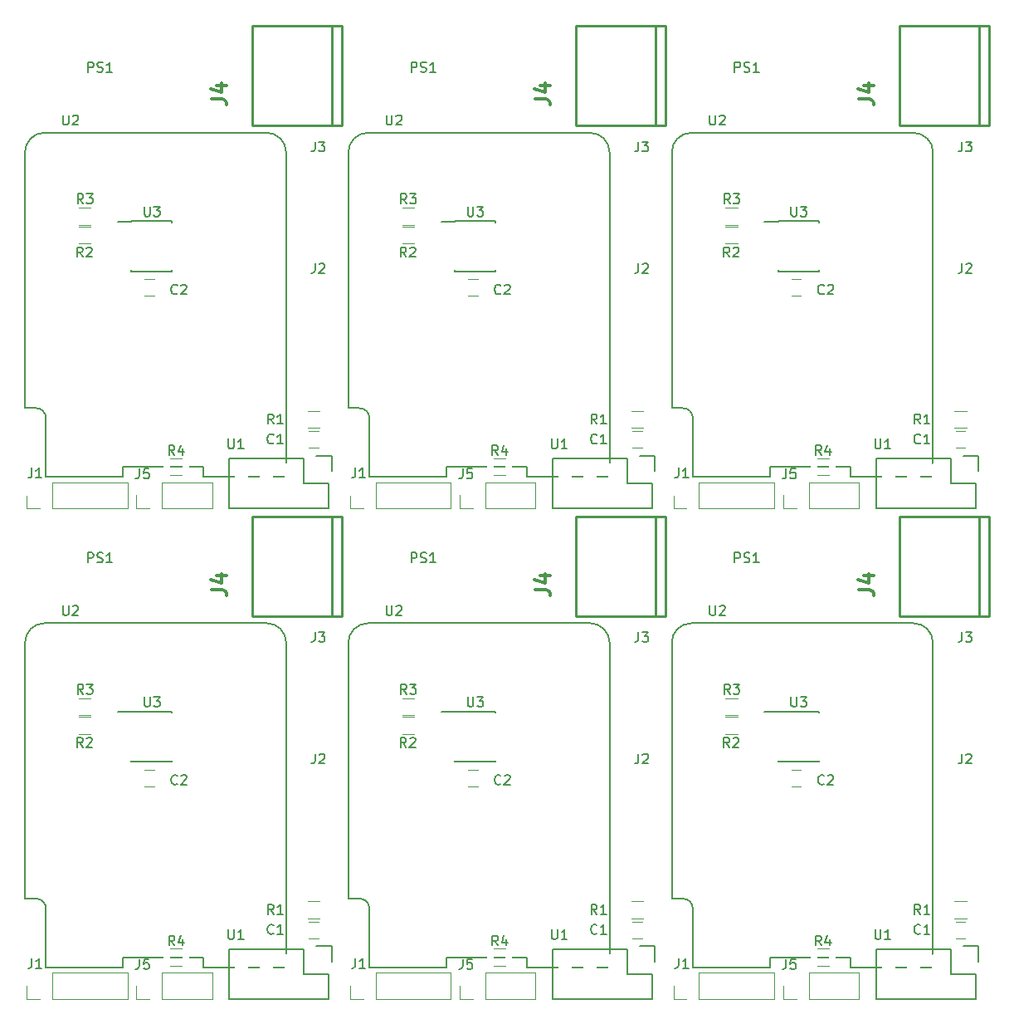
<source format=gto>
G04 #@! TF.GenerationSoftware,KiCad,Pcbnew,5.0.2-bee76a0~70~ubuntu16.04.1*
G04 #@! TF.CreationDate,2019-12-01T11:56:29+01:00*
G04 #@! TF.ProjectId,RF_24G_Gateway,52465f32-3447-45f4-9761-74657761792e,rev?*
G04 #@! TF.SameCoordinates,Original*
G04 #@! TF.FileFunction,Legend,Top*
G04 #@! TF.FilePolarity,Positive*
%FSLAX46Y46*%
G04 Gerber Fmt 4.6, Leading zero omitted, Abs format (unit mm)*
G04 Created by KiCad (PCBNEW 5.0.2-bee76a0~70~ubuntu16.04.1) date Sun 01 Dec 2019 11:56:29 AM CET*
%MOMM*%
%LPD*%
G01*
G04 APERTURE LIST*
%ADD10C,0.120000*%
%ADD11C,0.150000*%
%ADD12C,0.254000*%
%ADD13C,0.304800*%
%ADD14C,2.002000*%
%ADD15R,1.102000X1.352000*%
%ADD16C,1.902000*%
%ADD17R,0.802000X1.402000*%
%ADD18C,1.602000*%
%ADD19R,1.602000X1.602000*%
%ADD20O,1.802000X1.802000*%
%ADD21R,1.802000X1.802000*%
%ADD22O,1.829200X1.829200*%
%ADD23R,1.829200X1.829200*%
%ADD24R,3.101740X3.101740*%
%ADD25C,3.101740*%
%ADD26R,1.652000X0.702000*%
G04 APERTURE END LIST*
D10*
G04 #@! TO.C,C2*
X145657000Y-77558000D02*
X146657000Y-77558000D01*
X146657000Y-75858000D02*
X145657000Y-75858000D01*
D11*
G04 #@! TO.C,U2*
X133462000Y-89024000D02*
X133462000Y-89024000D01*
X134622000Y-89024000D02*
X133462000Y-89024000D01*
X135612000Y-90024000D02*
G75*
G03X134612000Y-89024000I-1000000J0D01*
G01*
X135612000Y-96024000D02*
X135612000Y-90024000D01*
X160122000Y-62944000D02*
G75*
G03X158122000Y-60944000I-2000000J0D01*
G01*
X135462000Y-60944000D02*
G75*
G03X133462000Y-62944000I0J-2000000D01*
G01*
X151692000Y-96024000D02*
X160121999Y-96024000D01*
X151692000Y-95024000D02*
X151692000Y-96024000D01*
X143472000Y-95024000D02*
X151692000Y-95024000D01*
X143472000Y-96024000D02*
X143472000Y-95024000D01*
X135612000Y-96024000D02*
X143472000Y-96024000D01*
X133462000Y-62944000D02*
X133462000Y-89024000D01*
X158122000Y-60944000D02*
X135462000Y-60944000D01*
X160122000Y-96024000D02*
X160122000Y-62944000D01*
D10*
G04 #@! TO.C,R3*
X173153000Y-72254000D02*
X171953000Y-72254000D01*
X171953000Y-70494000D02*
X173153000Y-70494000D01*
G04 #@! TO.C,R1*
X162321000Y-89290000D02*
X163521000Y-89290000D01*
X163521000Y-91050000D02*
X162321000Y-91050000D01*
G04 #@! TO.C,R4*
X149500000Y-95880000D02*
X148300000Y-95880000D01*
X148300000Y-94120000D02*
X149500000Y-94120000D01*
G04 #@! TO.C,R3*
X138953000Y-70494000D02*
X140153000Y-70494000D01*
X140153000Y-72254000D02*
X138953000Y-72254000D01*
G04 #@! TO.C,J1*
X133651000Y-99247000D02*
X133651000Y-97917000D01*
X134981000Y-99247000D02*
X133651000Y-99247000D01*
X136251000Y-99247000D02*
X136251000Y-96587000D01*
X136251000Y-96587000D02*
X143931000Y-96587000D01*
X136251000Y-99247000D02*
X143931000Y-99247000D01*
X143931000Y-99247000D02*
X143931000Y-96587000D01*
G04 #@! TO.C,C1*
X195421000Y-93052000D02*
X196421000Y-93052000D01*
X196421000Y-91352000D02*
X195421000Y-91352000D01*
D11*
G04 #@! TO.C,U1*
X131756000Y-93886000D02*
X130206000Y-93886000D01*
X128936000Y-96706000D02*
X128936000Y-94166000D01*
X131476000Y-96706000D02*
X128936000Y-96706000D01*
X131756000Y-95436000D02*
X131756000Y-93886000D01*
X131476000Y-99246000D02*
X131476000Y-96706000D01*
X121316000Y-99246000D02*
X131476000Y-99246000D01*
X121316000Y-94166000D02*
X121316000Y-99246000D01*
X128936000Y-94166000D02*
X121316000Y-94166000D01*
D10*
G04 #@! TO.C,R4*
X181300000Y-94120000D02*
X182500000Y-94120000D01*
X182500000Y-95880000D02*
X181300000Y-95880000D01*
G04 #@! TO.C,R3*
X107153000Y-72254000D02*
X105953000Y-72254000D01*
X105953000Y-70494000D02*
X107153000Y-70494000D01*
D12*
G04 #@! TO.C,J4*
X124460000Y-50038000D02*
X123698000Y-50038000D01*
X123698000Y-50038000D02*
X123698000Y-60198000D01*
X123698000Y-60198000D02*
X124460000Y-60198000D01*
X132842000Y-50038000D02*
X132842000Y-60198000D01*
X132842000Y-60198000D02*
X131826000Y-60198000D01*
X131826000Y-60198000D02*
X131826000Y-50038000D01*
X131826000Y-50038000D02*
X132842000Y-50038000D01*
X132080000Y-50038000D02*
X124460000Y-50038000D01*
X124460000Y-60198000D02*
X132080000Y-60198000D01*
D10*
G04 #@! TO.C,C1*
X129421000Y-93052000D02*
X130421000Y-93052000D01*
X130421000Y-91352000D02*
X129421000Y-91352000D01*
G04 #@! TO.C,R4*
X115300000Y-94120000D02*
X116500000Y-94120000D01*
X116500000Y-95880000D02*
X115300000Y-95880000D01*
D11*
G04 #@! TO.C,U2*
X193122000Y-96024000D02*
X193122000Y-62944000D01*
X191122000Y-60944000D02*
X168462000Y-60944000D01*
X166462000Y-62944000D02*
X166462000Y-89024000D01*
X168612000Y-96024000D02*
X176472000Y-96024000D01*
X176472000Y-96024000D02*
X176472000Y-95024000D01*
X176472000Y-95024000D02*
X184692000Y-95024000D01*
X184692000Y-95024000D02*
X184692000Y-96024000D01*
X184692000Y-96024000D02*
X193121999Y-96024000D01*
X168462000Y-60944000D02*
G75*
G03X166462000Y-62944000I0J-2000000D01*
G01*
X193122000Y-62944000D02*
G75*
G03X191122000Y-60944000I-2000000J0D01*
G01*
X168612000Y-96024000D02*
X168612000Y-90024000D01*
X168612000Y-90024000D02*
G75*
G03X167612000Y-89024000I-1000000J0D01*
G01*
X167622000Y-89024000D02*
X166462000Y-89024000D01*
X166462000Y-89024000D02*
X166462000Y-89024000D01*
D10*
G04 #@! TO.C,J5*
X111830000Y-99230000D02*
X111830000Y-97900000D01*
X113160000Y-99230000D02*
X111830000Y-99230000D01*
X114430000Y-99230000D02*
X114430000Y-96570000D01*
X114430000Y-96570000D02*
X119570000Y-96570000D01*
X114430000Y-99230000D02*
X119570000Y-99230000D01*
X119570000Y-99230000D02*
X119570000Y-96570000D01*
D11*
G04 #@! TO.C,U2*
X127122000Y-96024000D02*
X127122000Y-62944000D01*
X125122000Y-60944000D02*
X102462000Y-60944000D01*
X100462000Y-62944000D02*
X100462000Y-89024000D01*
X102612000Y-96024000D02*
X110472000Y-96024000D01*
X110472000Y-96024000D02*
X110472000Y-95024000D01*
X110472000Y-95024000D02*
X118692000Y-95024000D01*
X118692000Y-95024000D02*
X118692000Y-96024000D01*
X118692000Y-96024000D02*
X127121999Y-96024000D01*
X102462000Y-60944000D02*
G75*
G03X100462000Y-62944000I0J-2000000D01*
G01*
X127122000Y-62944000D02*
G75*
G03X125122000Y-60944000I-2000000J0D01*
G01*
X102612000Y-96024000D02*
X102612000Y-90024000D01*
X102612000Y-90024000D02*
G75*
G03X101612000Y-89024000I-1000000J0D01*
G01*
X101622000Y-89024000D02*
X100462000Y-89024000D01*
X100462000Y-89024000D02*
X100462000Y-89024000D01*
D12*
G04 #@! TO.C,J4*
X157460000Y-60198000D02*
X165080000Y-60198000D01*
X165080000Y-50038000D02*
X157460000Y-50038000D01*
X164826000Y-50038000D02*
X165842000Y-50038000D01*
X164826000Y-60198000D02*
X164826000Y-50038000D01*
X165842000Y-60198000D02*
X164826000Y-60198000D01*
X165842000Y-50038000D02*
X165842000Y-60198000D01*
X156698000Y-60198000D02*
X157460000Y-60198000D01*
X156698000Y-50038000D02*
X156698000Y-60198000D01*
X157460000Y-50038000D02*
X156698000Y-50038000D01*
D10*
G04 #@! TO.C,R1*
X130521000Y-91050000D02*
X129321000Y-91050000D01*
X129321000Y-89290000D02*
X130521000Y-89290000D01*
G04 #@! TO.C,C2*
X113657000Y-75858000D02*
X112657000Y-75858000D01*
X112657000Y-77558000D02*
X113657000Y-77558000D01*
G04 #@! TO.C,C1*
X163421000Y-91352000D02*
X162421000Y-91352000D01*
X162421000Y-93052000D02*
X163421000Y-93052000D01*
D12*
G04 #@! TO.C,J4*
X190460000Y-50038000D02*
X189698000Y-50038000D01*
X189698000Y-50038000D02*
X189698000Y-60198000D01*
X189698000Y-60198000D02*
X190460000Y-60198000D01*
X198842000Y-50038000D02*
X198842000Y-60198000D01*
X198842000Y-60198000D02*
X197826000Y-60198000D01*
X197826000Y-60198000D02*
X197826000Y-50038000D01*
X197826000Y-50038000D02*
X198842000Y-50038000D01*
X198080000Y-50038000D02*
X190460000Y-50038000D01*
X190460000Y-60198000D02*
X198080000Y-60198000D01*
D10*
G04 #@! TO.C,J1*
X110931000Y-99247000D02*
X110931000Y-96587000D01*
X103251000Y-99247000D02*
X110931000Y-99247000D01*
X103251000Y-96587000D02*
X110931000Y-96587000D01*
X103251000Y-99247000D02*
X103251000Y-96587000D01*
X101981000Y-99247000D02*
X100651000Y-99247000D01*
X100651000Y-99247000D02*
X100651000Y-97917000D01*
G04 #@! TO.C,R1*
X196521000Y-91050000D02*
X195321000Y-91050000D01*
X195321000Y-89290000D02*
X196521000Y-89290000D01*
G04 #@! TO.C,R2*
X107153000Y-70349000D02*
X105953000Y-70349000D01*
X105953000Y-68589000D02*
X107153000Y-68589000D01*
X173153000Y-70349000D02*
X171953000Y-70349000D01*
X171953000Y-68589000D02*
X173153000Y-68589000D01*
G04 #@! TO.C,C2*
X179657000Y-75858000D02*
X178657000Y-75858000D01*
X178657000Y-77558000D02*
X179657000Y-77558000D01*
D11*
G04 #@! TO.C,U3*
X144336000Y-69992000D02*
X142936000Y-69992000D01*
X144336000Y-75092000D02*
X148486000Y-75092000D01*
X144336000Y-69942000D02*
X148486000Y-69942000D01*
X144336000Y-75092000D02*
X144336000Y-74947000D01*
X148486000Y-75092000D02*
X148486000Y-74947000D01*
X148486000Y-69942000D02*
X148486000Y-70087000D01*
X144336000Y-69942000D02*
X144336000Y-69992000D01*
X111336000Y-69942000D02*
X111336000Y-69992000D01*
X115486000Y-69942000D02*
X115486000Y-70087000D01*
X115486000Y-75092000D02*
X115486000Y-74947000D01*
X111336000Y-75092000D02*
X111336000Y-74947000D01*
X111336000Y-69942000D02*
X115486000Y-69942000D01*
X111336000Y-75092000D02*
X115486000Y-75092000D01*
X111336000Y-69992000D02*
X109936000Y-69992000D01*
G04 #@! TO.C,U1*
X161936000Y-94166000D02*
X154316000Y-94166000D01*
X154316000Y-94166000D02*
X154316000Y-99246000D01*
X154316000Y-99246000D02*
X164476000Y-99246000D01*
X164476000Y-99246000D02*
X164476000Y-96706000D01*
X164756000Y-95436000D02*
X164756000Y-93886000D01*
X164476000Y-96706000D02*
X161936000Y-96706000D01*
X161936000Y-96706000D02*
X161936000Y-94166000D01*
X164756000Y-93886000D02*
X163206000Y-93886000D01*
D10*
G04 #@! TO.C,J5*
X177830000Y-99230000D02*
X177830000Y-97900000D01*
X179160000Y-99230000D02*
X177830000Y-99230000D01*
X180430000Y-99230000D02*
X180430000Y-96570000D01*
X180430000Y-96570000D02*
X185570000Y-96570000D01*
X180430000Y-99230000D02*
X185570000Y-99230000D01*
X185570000Y-99230000D02*
X185570000Y-96570000D01*
G04 #@! TO.C,R2*
X138953000Y-68589000D02*
X140153000Y-68589000D01*
X140153000Y-70349000D02*
X138953000Y-70349000D01*
G04 #@! TO.C,J5*
X152570000Y-99230000D02*
X152570000Y-96570000D01*
X147430000Y-99230000D02*
X152570000Y-99230000D01*
X147430000Y-96570000D02*
X152570000Y-96570000D01*
X147430000Y-99230000D02*
X147430000Y-96570000D01*
X146160000Y-99230000D02*
X144830000Y-99230000D01*
X144830000Y-99230000D02*
X144830000Y-97900000D01*
D11*
G04 #@! TO.C,U1*
X197756000Y-93886000D02*
X196206000Y-93886000D01*
X194936000Y-96706000D02*
X194936000Y-94166000D01*
X197476000Y-96706000D02*
X194936000Y-96706000D01*
X197756000Y-95436000D02*
X197756000Y-93886000D01*
X197476000Y-99246000D02*
X197476000Y-96706000D01*
X187316000Y-99246000D02*
X197476000Y-99246000D01*
X187316000Y-94166000D02*
X187316000Y-99246000D01*
X194936000Y-94166000D02*
X187316000Y-94166000D01*
D10*
G04 #@! TO.C,J1*
X176931000Y-99247000D02*
X176931000Y-96587000D01*
X169251000Y-99247000D02*
X176931000Y-99247000D01*
X169251000Y-96587000D02*
X176931000Y-96587000D01*
X169251000Y-99247000D02*
X169251000Y-96587000D01*
X167981000Y-99247000D02*
X166651000Y-99247000D01*
X166651000Y-99247000D02*
X166651000Y-97917000D01*
D11*
G04 #@! TO.C,U3*
X177336000Y-69942000D02*
X177336000Y-69992000D01*
X181486000Y-69942000D02*
X181486000Y-70087000D01*
X181486000Y-75092000D02*
X181486000Y-74947000D01*
X177336000Y-75092000D02*
X177336000Y-74947000D01*
X177336000Y-69942000D02*
X181486000Y-69942000D01*
X177336000Y-75092000D02*
X181486000Y-75092000D01*
X177336000Y-69992000D02*
X175936000Y-69992000D01*
D10*
G04 #@! TO.C,C2*
X178657000Y-127558000D02*
X179657000Y-127558000D01*
X179657000Y-125858000D02*
X178657000Y-125858000D01*
D11*
G04 #@! TO.C,U2*
X166462000Y-139024000D02*
X166462000Y-139024000D01*
X167622000Y-139024000D02*
X166462000Y-139024000D01*
X168612000Y-140024000D02*
G75*
G03X167612000Y-139024000I-1000000J0D01*
G01*
X168612000Y-146024000D02*
X168612000Y-140024000D01*
X193122000Y-112944000D02*
G75*
G03X191122000Y-110944000I-2000000J0D01*
G01*
X168462000Y-110944000D02*
G75*
G03X166462000Y-112944000I0J-2000000D01*
G01*
X184692000Y-146024000D02*
X193121999Y-146024000D01*
X184692000Y-145024000D02*
X184692000Y-146024000D01*
X176472000Y-145024000D02*
X184692000Y-145024000D01*
X176472000Y-146024000D02*
X176472000Y-145024000D01*
X168612000Y-146024000D02*
X176472000Y-146024000D01*
X166462000Y-112944000D02*
X166462000Y-139024000D01*
X191122000Y-110944000D02*
X168462000Y-110944000D01*
X193122000Y-146024000D02*
X193122000Y-112944000D01*
D10*
G04 #@! TO.C,R1*
X195321000Y-139290000D02*
X196521000Y-139290000D01*
X196521000Y-141050000D02*
X195321000Y-141050000D01*
G04 #@! TO.C,R4*
X182500000Y-145880000D02*
X181300000Y-145880000D01*
X181300000Y-144120000D02*
X182500000Y-144120000D01*
G04 #@! TO.C,R3*
X171953000Y-120494000D02*
X173153000Y-120494000D01*
X173153000Y-122254000D02*
X171953000Y-122254000D01*
G04 #@! TO.C,J1*
X166651000Y-149247000D02*
X166651000Y-147917000D01*
X167981000Y-149247000D02*
X166651000Y-149247000D01*
X169251000Y-149247000D02*
X169251000Y-146587000D01*
X169251000Y-146587000D02*
X176931000Y-146587000D01*
X169251000Y-149247000D02*
X176931000Y-149247000D01*
X176931000Y-149247000D02*
X176931000Y-146587000D01*
D12*
G04 #@! TO.C,J4*
X190460000Y-110198000D02*
X198080000Y-110198000D01*
X198080000Y-100038000D02*
X190460000Y-100038000D01*
X197826000Y-100038000D02*
X198842000Y-100038000D01*
X197826000Y-110198000D02*
X197826000Y-100038000D01*
X198842000Y-110198000D02*
X197826000Y-110198000D01*
X198842000Y-100038000D02*
X198842000Y-110198000D01*
X189698000Y-110198000D02*
X190460000Y-110198000D01*
X189698000Y-100038000D02*
X189698000Y-110198000D01*
X190460000Y-100038000D02*
X189698000Y-100038000D01*
D10*
G04 #@! TO.C,C1*
X196421000Y-141352000D02*
X195421000Y-141352000D01*
X195421000Y-143052000D02*
X196421000Y-143052000D01*
D11*
G04 #@! TO.C,U3*
X177336000Y-119992000D02*
X175936000Y-119992000D01*
X177336000Y-125092000D02*
X181486000Y-125092000D01*
X177336000Y-119942000D02*
X181486000Y-119942000D01*
X177336000Y-125092000D02*
X177336000Y-124947000D01*
X181486000Y-125092000D02*
X181486000Y-124947000D01*
X181486000Y-119942000D02*
X181486000Y-120087000D01*
X177336000Y-119942000D02*
X177336000Y-119992000D01*
G04 #@! TO.C,U1*
X194936000Y-144166000D02*
X187316000Y-144166000D01*
X187316000Y-144166000D02*
X187316000Y-149246000D01*
X187316000Y-149246000D02*
X197476000Y-149246000D01*
X197476000Y-149246000D02*
X197476000Y-146706000D01*
X197756000Y-145436000D02*
X197756000Y-143886000D01*
X197476000Y-146706000D02*
X194936000Y-146706000D01*
X194936000Y-146706000D02*
X194936000Y-144166000D01*
X197756000Y-143886000D02*
X196206000Y-143886000D01*
D10*
G04 #@! TO.C,R2*
X171953000Y-118589000D02*
X173153000Y-118589000D01*
X173153000Y-120349000D02*
X171953000Y-120349000D01*
G04 #@! TO.C,J5*
X185570000Y-149230000D02*
X185570000Y-146570000D01*
X180430000Y-149230000D02*
X185570000Y-149230000D01*
X180430000Y-146570000D02*
X185570000Y-146570000D01*
X180430000Y-149230000D02*
X180430000Y-146570000D01*
X179160000Y-149230000D02*
X177830000Y-149230000D01*
X177830000Y-149230000D02*
X177830000Y-147900000D01*
D11*
G04 #@! TO.C,U1*
X164756000Y-143886000D02*
X163206000Y-143886000D01*
X161936000Y-146706000D02*
X161936000Y-144166000D01*
X164476000Y-146706000D02*
X161936000Y-146706000D01*
X164756000Y-145436000D02*
X164756000Y-143886000D01*
X164476000Y-149246000D02*
X164476000Y-146706000D01*
X154316000Y-149246000D02*
X164476000Y-149246000D01*
X154316000Y-144166000D02*
X154316000Y-149246000D01*
X161936000Y-144166000D02*
X154316000Y-144166000D01*
D10*
G04 #@! TO.C,R3*
X140153000Y-122254000D02*
X138953000Y-122254000D01*
X138953000Y-120494000D02*
X140153000Y-120494000D01*
D12*
G04 #@! TO.C,J4*
X157460000Y-100038000D02*
X156698000Y-100038000D01*
X156698000Y-100038000D02*
X156698000Y-110198000D01*
X156698000Y-110198000D02*
X157460000Y-110198000D01*
X165842000Y-100038000D02*
X165842000Y-110198000D01*
X165842000Y-110198000D02*
X164826000Y-110198000D01*
X164826000Y-110198000D02*
X164826000Y-100038000D01*
X164826000Y-100038000D02*
X165842000Y-100038000D01*
X165080000Y-100038000D02*
X157460000Y-100038000D01*
X157460000Y-110198000D02*
X165080000Y-110198000D01*
D10*
G04 #@! TO.C,C1*
X162421000Y-143052000D02*
X163421000Y-143052000D01*
X163421000Y-141352000D02*
X162421000Y-141352000D01*
G04 #@! TO.C,R4*
X148300000Y-144120000D02*
X149500000Y-144120000D01*
X149500000Y-145880000D02*
X148300000Y-145880000D01*
G04 #@! TO.C,J5*
X144830000Y-149230000D02*
X144830000Y-147900000D01*
X146160000Y-149230000D02*
X144830000Y-149230000D01*
X147430000Y-149230000D02*
X147430000Y-146570000D01*
X147430000Y-146570000D02*
X152570000Y-146570000D01*
X147430000Y-149230000D02*
X152570000Y-149230000D01*
X152570000Y-149230000D02*
X152570000Y-146570000D01*
D11*
G04 #@! TO.C,U2*
X160122000Y-146024000D02*
X160122000Y-112944000D01*
X158122000Y-110944000D02*
X135462000Y-110944000D01*
X133462000Y-112944000D02*
X133462000Y-139024000D01*
X135612000Y-146024000D02*
X143472000Y-146024000D01*
X143472000Y-146024000D02*
X143472000Y-145024000D01*
X143472000Y-145024000D02*
X151692000Y-145024000D01*
X151692000Y-145024000D02*
X151692000Y-146024000D01*
X151692000Y-146024000D02*
X160121999Y-146024000D01*
X135462000Y-110944000D02*
G75*
G03X133462000Y-112944000I0J-2000000D01*
G01*
X160122000Y-112944000D02*
G75*
G03X158122000Y-110944000I-2000000J0D01*
G01*
X135612000Y-146024000D02*
X135612000Y-140024000D01*
X135612000Y-140024000D02*
G75*
G03X134612000Y-139024000I-1000000J0D01*
G01*
X134622000Y-139024000D02*
X133462000Y-139024000D01*
X133462000Y-139024000D02*
X133462000Y-139024000D01*
D10*
G04 #@! TO.C,R1*
X163521000Y-141050000D02*
X162321000Y-141050000D01*
X162321000Y-139290000D02*
X163521000Y-139290000D01*
G04 #@! TO.C,C2*
X146657000Y-125858000D02*
X145657000Y-125858000D01*
X145657000Y-127558000D02*
X146657000Y-127558000D01*
G04 #@! TO.C,J1*
X143931000Y-149247000D02*
X143931000Y-146587000D01*
X136251000Y-149247000D02*
X143931000Y-149247000D01*
X136251000Y-146587000D02*
X143931000Y-146587000D01*
X136251000Y-149247000D02*
X136251000Y-146587000D01*
X134981000Y-149247000D02*
X133651000Y-149247000D01*
X133651000Y-149247000D02*
X133651000Y-147917000D01*
G04 #@! TO.C,R2*
X140153000Y-120349000D02*
X138953000Y-120349000D01*
X138953000Y-118589000D02*
X140153000Y-118589000D01*
D11*
G04 #@! TO.C,U3*
X144336000Y-119942000D02*
X144336000Y-119992000D01*
X148486000Y-119942000D02*
X148486000Y-120087000D01*
X148486000Y-125092000D02*
X148486000Y-124947000D01*
X144336000Y-125092000D02*
X144336000Y-124947000D01*
X144336000Y-119942000D02*
X148486000Y-119942000D01*
X144336000Y-125092000D02*
X148486000Y-125092000D01*
X144336000Y-119992000D02*
X142936000Y-119992000D01*
G04 #@! TO.C,U1*
X128936000Y-144166000D02*
X121316000Y-144166000D01*
X121316000Y-144166000D02*
X121316000Y-149246000D01*
X121316000Y-149246000D02*
X131476000Y-149246000D01*
X131476000Y-149246000D02*
X131476000Y-146706000D01*
X131756000Y-145436000D02*
X131756000Y-143886000D01*
X131476000Y-146706000D02*
X128936000Y-146706000D01*
X128936000Y-146706000D02*
X128936000Y-144166000D01*
X131756000Y-143886000D02*
X130206000Y-143886000D01*
G04 #@! TO.C,U3*
X111336000Y-119992000D02*
X109936000Y-119992000D01*
X111336000Y-125092000D02*
X115486000Y-125092000D01*
X111336000Y-119942000D02*
X115486000Y-119942000D01*
X111336000Y-125092000D02*
X111336000Y-124947000D01*
X115486000Y-125092000D02*
X115486000Y-124947000D01*
X115486000Y-119942000D02*
X115486000Y-120087000D01*
X111336000Y-119942000D02*
X111336000Y-119992000D01*
D12*
G04 #@! TO.C,J4*
X124460000Y-110198000D02*
X132080000Y-110198000D01*
X132080000Y-100038000D02*
X124460000Y-100038000D01*
X131826000Y-100038000D02*
X132842000Y-100038000D01*
X131826000Y-110198000D02*
X131826000Y-100038000D01*
X132842000Y-110198000D02*
X131826000Y-110198000D01*
X132842000Y-100038000D02*
X132842000Y-110198000D01*
X123698000Y-110198000D02*
X124460000Y-110198000D01*
X123698000Y-100038000D02*
X123698000Y-110198000D01*
X124460000Y-100038000D02*
X123698000Y-100038000D01*
D10*
G04 #@! TO.C,C1*
X130421000Y-141352000D02*
X129421000Y-141352000D01*
X129421000Y-143052000D02*
X130421000Y-143052000D01*
G04 #@! TO.C,R1*
X129321000Y-139290000D02*
X130521000Y-139290000D01*
X130521000Y-141050000D02*
X129321000Y-141050000D01*
D11*
G04 #@! TO.C,U2*
X100462000Y-139024000D02*
X100462000Y-139024000D01*
X101622000Y-139024000D02*
X100462000Y-139024000D01*
X102612000Y-140024000D02*
G75*
G03X101612000Y-139024000I-1000000J0D01*
G01*
X102612000Y-146024000D02*
X102612000Y-140024000D01*
X127122000Y-112944000D02*
G75*
G03X125122000Y-110944000I-2000000J0D01*
G01*
X102462000Y-110944000D02*
G75*
G03X100462000Y-112944000I0J-2000000D01*
G01*
X118692000Y-146024000D02*
X127121999Y-146024000D01*
X118692000Y-145024000D02*
X118692000Y-146024000D01*
X110472000Y-145024000D02*
X118692000Y-145024000D01*
X110472000Y-146024000D02*
X110472000Y-145024000D01*
X102612000Y-146024000D02*
X110472000Y-146024000D01*
X100462000Y-112944000D02*
X100462000Y-139024000D01*
X125122000Y-110944000D02*
X102462000Y-110944000D01*
X127122000Y-146024000D02*
X127122000Y-112944000D01*
D10*
G04 #@! TO.C,C2*
X112657000Y-127558000D02*
X113657000Y-127558000D01*
X113657000Y-125858000D02*
X112657000Y-125858000D01*
G04 #@! TO.C,J1*
X100651000Y-149247000D02*
X100651000Y-147917000D01*
X101981000Y-149247000D02*
X100651000Y-149247000D01*
X103251000Y-149247000D02*
X103251000Y-146587000D01*
X103251000Y-146587000D02*
X110931000Y-146587000D01*
X103251000Y-149247000D02*
X110931000Y-149247000D01*
X110931000Y-149247000D02*
X110931000Y-146587000D01*
G04 #@! TO.C,R3*
X105953000Y-120494000D02*
X107153000Y-120494000D01*
X107153000Y-122254000D02*
X105953000Y-122254000D01*
G04 #@! TO.C,R2*
X105953000Y-118589000D02*
X107153000Y-118589000D01*
X107153000Y-120349000D02*
X105953000Y-120349000D01*
G04 #@! TO.C,J5*
X119570000Y-149230000D02*
X119570000Y-146570000D01*
X114430000Y-149230000D02*
X119570000Y-149230000D01*
X114430000Y-146570000D02*
X119570000Y-146570000D01*
X114430000Y-149230000D02*
X114430000Y-146570000D01*
X113160000Y-149230000D02*
X111830000Y-149230000D01*
X111830000Y-149230000D02*
X111830000Y-147900000D01*
G04 #@! TO.C,R4*
X116500000Y-145880000D02*
X115300000Y-145880000D01*
X115300000Y-144120000D02*
X116500000Y-144120000D01*
G04 #@! TO.C,PS1*
D11*
X106888114Y-54757580D02*
X106888114Y-53757580D01*
X107269066Y-53757580D01*
X107364304Y-53805200D01*
X107411923Y-53852819D01*
X107459542Y-53948057D01*
X107459542Y-54090914D01*
X107411923Y-54186152D01*
X107364304Y-54233771D01*
X107269066Y-54281390D01*
X106888114Y-54281390D01*
X107840495Y-54709961D02*
X107983352Y-54757580D01*
X108221447Y-54757580D01*
X108316685Y-54709961D01*
X108364304Y-54662342D01*
X108411923Y-54567104D01*
X108411923Y-54471866D01*
X108364304Y-54376628D01*
X108316685Y-54329009D01*
X108221447Y-54281390D01*
X108030971Y-54233771D01*
X107935733Y-54186152D01*
X107888114Y-54138533D01*
X107840495Y-54043295D01*
X107840495Y-53948057D01*
X107888114Y-53852819D01*
X107935733Y-53805200D01*
X108030971Y-53757580D01*
X108269066Y-53757580D01*
X108411923Y-53805200D01*
X109364304Y-54757580D02*
X108792876Y-54757580D01*
X109078590Y-54757580D02*
X109078590Y-53757580D01*
X108983352Y-53900438D01*
X108888114Y-53995676D01*
X108792876Y-54043295D01*
G04 #@! TO.C,C2*
X149012933Y-77319142D02*
X148965314Y-77366761D01*
X148822457Y-77414380D01*
X148727219Y-77414380D01*
X148584361Y-77366761D01*
X148489123Y-77271523D01*
X148441504Y-77176285D01*
X148393885Y-76985809D01*
X148393885Y-76842952D01*
X148441504Y-76652476D01*
X148489123Y-76557238D01*
X148584361Y-76462000D01*
X148727219Y-76414380D01*
X148822457Y-76414380D01*
X148965314Y-76462000D01*
X149012933Y-76509619D01*
X149393885Y-76509619D02*
X149441504Y-76462000D01*
X149536742Y-76414380D01*
X149774838Y-76414380D01*
X149870076Y-76462000D01*
X149917695Y-76509619D01*
X149965314Y-76604857D01*
X149965314Y-76700095D01*
X149917695Y-76842952D01*
X149346266Y-77414380D01*
X149965314Y-77414380D01*
G04 #@! TO.C,U2*
X137343295Y-59142380D02*
X137343295Y-59951904D01*
X137390914Y-60047142D01*
X137438533Y-60094761D01*
X137533771Y-60142380D01*
X137724247Y-60142380D01*
X137819485Y-60094761D01*
X137867104Y-60047142D01*
X137914723Y-59951904D01*
X137914723Y-59142380D01*
X138343295Y-59237619D02*
X138390914Y-59190000D01*
X138486152Y-59142380D01*
X138724247Y-59142380D01*
X138819485Y-59190000D01*
X138867104Y-59237619D01*
X138914723Y-59332857D01*
X138914723Y-59428095D01*
X138867104Y-59570952D01*
X138295676Y-60142380D01*
X138914723Y-60142380D01*
G04 #@! TO.C,R3*
X172411733Y-68168780D02*
X172078400Y-67692590D01*
X171840304Y-68168780D02*
X171840304Y-67168780D01*
X172221257Y-67168780D01*
X172316495Y-67216400D01*
X172364114Y-67264019D01*
X172411733Y-67359257D01*
X172411733Y-67502114D01*
X172364114Y-67597352D01*
X172316495Y-67644971D01*
X172221257Y-67692590D01*
X171840304Y-67692590D01*
X172745066Y-67168780D02*
X173364114Y-67168780D01*
X173030780Y-67549733D01*
X173173638Y-67549733D01*
X173268876Y-67597352D01*
X173316495Y-67644971D01*
X173364114Y-67740209D01*
X173364114Y-67978304D01*
X173316495Y-68073542D01*
X173268876Y-68121161D01*
X173173638Y-68168780D01*
X172887923Y-68168780D01*
X172792685Y-68121161D01*
X172745066Y-68073542D01*
G04 #@! TO.C,R1*
X158833333Y-90622380D02*
X158500000Y-90146190D01*
X158261904Y-90622380D02*
X158261904Y-89622380D01*
X158642857Y-89622380D01*
X158738095Y-89670000D01*
X158785714Y-89717619D01*
X158833333Y-89812857D01*
X158833333Y-89955714D01*
X158785714Y-90050952D01*
X158738095Y-90098571D01*
X158642857Y-90146190D01*
X158261904Y-90146190D01*
X159785714Y-90622380D02*
X159214285Y-90622380D01*
X159500000Y-90622380D02*
X159500000Y-89622380D01*
X159404761Y-89765238D01*
X159309523Y-89860476D01*
X159214285Y-89908095D01*
G04 #@! TO.C,R4*
X148733333Y-93802380D02*
X148400000Y-93326190D01*
X148161904Y-93802380D02*
X148161904Y-92802380D01*
X148542857Y-92802380D01*
X148638095Y-92850000D01*
X148685714Y-92897619D01*
X148733333Y-92992857D01*
X148733333Y-93135714D01*
X148685714Y-93230952D01*
X148638095Y-93278571D01*
X148542857Y-93326190D01*
X148161904Y-93326190D01*
X149590476Y-93135714D02*
X149590476Y-93802380D01*
X149352380Y-92754761D02*
X149114285Y-93469047D01*
X149733333Y-93469047D01*
G04 #@! TO.C,R3*
X139411733Y-68168780D02*
X139078400Y-67692590D01*
X138840304Y-68168780D02*
X138840304Y-67168780D01*
X139221257Y-67168780D01*
X139316495Y-67216400D01*
X139364114Y-67264019D01*
X139411733Y-67359257D01*
X139411733Y-67502114D01*
X139364114Y-67597352D01*
X139316495Y-67644971D01*
X139221257Y-67692590D01*
X138840304Y-67692590D01*
X139745066Y-67168780D02*
X140364114Y-67168780D01*
X140030780Y-67549733D01*
X140173638Y-67549733D01*
X140268876Y-67597352D01*
X140316495Y-67644971D01*
X140364114Y-67740209D01*
X140364114Y-67978304D01*
X140316495Y-68073542D01*
X140268876Y-68121161D01*
X140173638Y-68168780D01*
X139887923Y-68168780D01*
X139792685Y-68121161D01*
X139745066Y-68073542D01*
G04 #@! TO.C,J3*
X130066666Y-61852380D02*
X130066666Y-62566666D01*
X130019047Y-62709523D01*
X129923809Y-62804761D01*
X129780952Y-62852380D01*
X129685714Y-62852380D01*
X130447619Y-61852380D02*
X131066666Y-61852380D01*
X130733333Y-62233333D01*
X130876190Y-62233333D01*
X130971428Y-62280952D01*
X131019047Y-62328571D01*
X131066666Y-62423809D01*
X131066666Y-62661904D01*
X131019047Y-62757142D01*
X130971428Y-62804761D01*
X130876190Y-62852380D01*
X130590476Y-62852380D01*
X130495238Y-62804761D01*
X130447619Y-62757142D01*
G04 #@! TO.C,J1*
X134165266Y-95121580D02*
X134165266Y-95835866D01*
X134117647Y-95978723D01*
X134022409Y-96073961D01*
X133879552Y-96121580D01*
X133784314Y-96121580D01*
X135165266Y-96121580D02*
X134593838Y-96121580D01*
X134879552Y-96121580D02*
X134879552Y-95121580D01*
X134784314Y-95264438D01*
X134689076Y-95359676D01*
X134593838Y-95407295D01*
G04 #@! TO.C,C1*
X191833333Y-92557142D02*
X191785714Y-92604761D01*
X191642857Y-92652380D01*
X191547619Y-92652380D01*
X191404761Y-92604761D01*
X191309523Y-92509523D01*
X191261904Y-92414285D01*
X191214285Y-92223809D01*
X191214285Y-92080952D01*
X191261904Y-91890476D01*
X191309523Y-91795238D01*
X191404761Y-91700000D01*
X191547619Y-91652380D01*
X191642857Y-91652380D01*
X191785714Y-91700000D01*
X191833333Y-91747619D01*
X192785714Y-92652380D02*
X192214285Y-92652380D01*
X192500000Y-92652380D02*
X192500000Y-91652380D01*
X192404761Y-91795238D01*
X192309523Y-91890476D01*
X192214285Y-91938095D01*
G04 #@! TO.C,U1*
X121209095Y-92149780D02*
X121209095Y-92959304D01*
X121256714Y-93054542D01*
X121304333Y-93102161D01*
X121399571Y-93149780D01*
X121590047Y-93149780D01*
X121685285Y-93102161D01*
X121732904Y-93054542D01*
X121780523Y-92959304D01*
X121780523Y-92149780D01*
X122780523Y-93149780D02*
X122209095Y-93149780D01*
X122494809Y-93149780D02*
X122494809Y-92149780D01*
X122399571Y-92292638D01*
X122304333Y-92387876D01*
X122209095Y-92435495D01*
G04 #@! TO.C,R4*
X181733333Y-93802380D02*
X181400000Y-93326190D01*
X181161904Y-93802380D02*
X181161904Y-92802380D01*
X181542857Y-92802380D01*
X181638095Y-92850000D01*
X181685714Y-92897619D01*
X181733333Y-92992857D01*
X181733333Y-93135714D01*
X181685714Y-93230952D01*
X181638095Y-93278571D01*
X181542857Y-93326190D01*
X181161904Y-93326190D01*
X182590476Y-93135714D02*
X182590476Y-93802380D01*
X182352380Y-92754761D02*
X182114285Y-93469047D01*
X182733333Y-93469047D01*
G04 #@! TO.C,R3*
X106411733Y-68168780D02*
X106078400Y-67692590D01*
X105840304Y-68168780D02*
X105840304Y-67168780D01*
X106221257Y-67168780D01*
X106316495Y-67216400D01*
X106364114Y-67264019D01*
X106411733Y-67359257D01*
X106411733Y-67502114D01*
X106364114Y-67597352D01*
X106316495Y-67644971D01*
X106221257Y-67692590D01*
X105840304Y-67692590D01*
X106745066Y-67168780D02*
X107364114Y-67168780D01*
X107030780Y-67549733D01*
X107173638Y-67549733D01*
X107268876Y-67597352D01*
X107316495Y-67644971D01*
X107364114Y-67740209D01*
X107364114Y-67978304D01*
X107316495Y-68073542D01*
X107268876Y-68121161D01*
X107173638Y-68168780D01*
X106887923Y-68168780D01*
X106792685Y-68121161D01*
X106745066Y-68073542D01*
G04 #@! TO.C,J3*
X196066666Y-61852380D02*
X196066666Y-62566666D01*
X196019047Y-62709523D01*
X195923809Y-62804761D01*
X195780952Y-62852380D01*
X195685714Y-62852380D01*
X196447619Y-61852380D02*
X197066666Y-61852380D01*
X196733333Y-62233333D01*
X196876190Y-62233333D01*
X196971428Y-62280952D01*
X197019047Y-62328571D01*
X197066666Y-62423809D01*
X197066666Y-62661904D01*
X197019047Y-62757142D01*
X196971428Y-62804761D01*
X196876190Y-62852380D01*
X196590476Y-62852380D01*
X196495238Y-62804761D01*
X196447619Y-62757142D01*
G04 #@! TO.C,J4*
D13*
X119510628Y-57505600D02*
X120599200Y-57505600D01*
X120816914Y-57578171D01*
X120962057Y-57723314D01*
X121034628Y-57941028D01*
X121034628Y-58086171D01*
X120018628Y-56126742D02*
X121034628Y-56126742D01*
X119438057Y-56489600D02*
X120526628Y-56852457D01*
X120526628Y-55909028D01*
G04 #@! TO.C,C1*
D11*
X125833333Y-92557142D02*
X125785714Y-92604761D01*
X125642857Y-92652380D01*
X125547619Y-92652380D01*
X125404761Y-92604761D01*
X125309523Y-92509523D01*
X125261904Y-92414285D01*
X125214285Y-92223809D01*
X125214285Y-92080952D01*
X125261904Y-91890476D01*
X125309523Y-91795238D01*
X125404761Y-91700000D01*
X125547619Y-91652380D01*
X125642857Y-91652380D01*
X125785714Y-91700000D01*
X125833333Y-91747619D01*
X126785714Y-92652380D02*
X126214285Y-92652380D01*
X126500000Y-92652380D02*
X126500000Y-91652380D01*
X126404761Y-91795238D01*
X126309523Y-91890476D01*
X126214285Y-91938095D01*
G04 #@! TO.C,R4*
X115733333Y-93802380D02*
X115400000Y-93326190D01*
X115161904Y-93802380D02*
X115161904Y-92802380D01*
X115542857Y-92802380D01*
X115638095Y-92850000D01*
X115685714Y-92897619D01*
X115733333Y-92992857D01*
X115733333Y-93135714D01*
X115685714Y-93230952D01*
X115638095Y-93278571D01*
X115542857Y-93326190D01*
X115161904Y-93326190D01*
X116590476Y-93135714D02*
X116590476Y-93802380D01*
X116352380Y-92754761D02*
X116114285Y-93469047D01*
X116733333Y-93469047D01*
G04 #@! TO.C,U2*
X170343295Y-59142380D02*
X170343295Y-59951904D01*
X170390914Y-60047142D01*
X170438533Y-60094761D01*
X170533771Y-60142380D01*
X170724247Y-60142380D01*
X170819485Y-60094761D01*
X170867104Y-60047142D01*
X170914723Y-59951904D01*
X170914723Y-59142380D01*
X171343295Y-59237619D02*
X171390914Y-59190000D01*
X171486152Y-59142380D01*
X171724247Y-59142380D01*
X171819485Y-59190000D01*
X171867104Y-59237619D01*
X171914723Y-59332857D01*
X171914723Y-59428095D01*
X171867104Y-59570952D01*
X171295676Y-60142380D01*
X171914723Y-60142380D01*
G04 #@! TO.C,J5*
X112138066Y-95197780D02*
X112138066Y-95912066D01*
X112090447Y-96054923D01*
X111995209Y-96150161D01*
X111852352Y-96197780D01*
X111757114Y-96197780D01*
X113090447Y-95197780D02*
X112614257Y-95197780D01*
X112566638Y-95673971D01*
X112614257Y-95626352D01*
X112709495Y-95578733D01*
X112947590Y-95578733D01*
X113042828Y-95626352D01*
X113090447Y-95673971D01*
X113138066Y-95769209D01*
X113138066Y-96007304D01*
X113090447Y-96102542D01*
X113042828Y-96150161D01*
X112947590Y-96197780D01*
X112709495Y-96197780D01*
X112614257Y-96150161D01*
X112566638Y-96102542D01*
G04 #@! TO.C,J2*
X130066666Y-74252380D02*
X130066666Y-74966666D01*
X130019047Y-75109523D01*
X129923809Y-75204761D01*
X129780952Y-75252380D01*
X129685714Y-75252380D01*
X130495238Y-74347619D02*
X130542857Y-74300000D01*
X130638095Y-74252380D01*
X130876190Y-74252380D01*
X130971428Y-74300000D01*
X131019047Y-74347619D01*
X131066666Y-74442857D01*
X131066666Y-74538095D01*
X131019047Y-74680952D01*
X130447619Y-75252380D01*
X131066666Y-75252380D01*
G04 #@! TO.C,U2*
X104343295Y-59142380D02*
X104343295Y-59951904D01*
X104390914Y-60047142D01*
X104438533Y-60094761D01*
X104533771Y-60142380D01*
X104724247Y-60142380D01*
X104819485Y-60094761D01*
X104867104Y-60047142D01*
X104914723Y-59951904D01*
X104914723Y-59142380D01*
X105343295Y-59237619D02*
X105390914Y-59190000D01*
X105486152Y-59142380D01*
X105724247Y-59142380D01*
X105819485Y-59190000D01*
X105867104Y-59237619D01*
X105914723Y-59332857D01*
X105914723Y-59428095D01*
X105867104Y-59570952D01*
X105295676Y-60142380D01*
X105914723Y-60142380D01*
G04 #@! TO.C,J4*
D13*
X152510628Y-57505600D02*
X153599200Y-57505600D01*
X153816914Y-57578171D01*
X153962057Y-57723314D01*
X154034628Y-57941028D01*
X154034628Y-58086171D01*
X153018628Y-56126742D02*
X154034628Y-56126742D01*
X152438057Y-56489600D02*
X153526628Y-56852457D01*
X153526628Y-55909028D01*
G04 #@! TO.C,R1*
D11*
X125833333Y-90622380D02*
X125500000Y-90146190D01*
X125261904Y-90622380D02*
X125261904Y-89622380D01*
X125642857Y-89622380D01*
X125738095Y-89670000D01*
X125785714Y-89717619D01*
X125833333Y-89812857D01*
X125833333Y-89955714D01*
X125785714Y-90050952D01*
X125738095Y-90098571D01*
X125642857Y-90146190D01*
X125261904Y-90146190D01*
X126785714Y-90622380D02*
X126214285Y-90622380D01*
X126500000Y-90622380D02*
X126500000Y-89622380D01*
X126404761Y-89765238D01*
X126309523Y-89860476D01*
X126214285Y-89908095D01*
G04 #@! TO.C,C2*
X116012933Y-77319142D02*
X115965314Y-77366761D01*
X115822457Y-77414380D01*
X115727219Y-77414380D01*
X115584361Y-77366761D01*
X115489123Y-77271523D01*
X115441504Y-77176285D01*
X115393885Y-76985809D01*
X115393885Y-76842952D01*
X115441504Y-76652476D01*
X115489123Y-76557238D01*
X115584361Y-76462000D01*
X115727219Y-76414380D01*
X115822457Y-76414380D01*
X115965314Y-76462000D01*
X116012933Y-76509619D01*
X116393885Y-76509619D02*
X116441504Y-76462000D01*
X116536742Y-76414380D01*
X116774838Y-76414380D01*
X116870076Y-76462000D01*
X116917695Y-76509619D01*
X116965314Y-76604857D01*
X116965314Y-76700095D01*
X116917695Y-76842952D01*
X116346266Y-77414380D01*
X116965314Y-77414380D01*
G04 #@! TO.C,C1*
X158833333Y-92557142D02*
X158785714Y-92604761D01*
X158642857Y-92652380D01*
X158547619Y-92652380D01*
X158404761Y-92604761D01*
X158309523Y-92509523D01*
X158261904Y-92414285D01*
X158214285Y-92223809D01*
X158214285Y-92080952D01*
X158261904Y-91890476D01*
X158309523Y-91795238D01*
X158404761Y-91700000D01*
X158547619Y-91652380D01*
X158642857Y-91652380D01*
X158785714Y-91700000D01*
X158833333Y-91747619D01*
X159785714Y-92652380D02*
X159214285Y-92652380D01*
X159500000Y-92652380D02*
X159500000Y-91652380D01*
X159404761Y-91795238D01*
X159309523Y-91890476D01*
X159214285Y-91938095D01*
G04 #@! TO.C,J4*
D13*
X185510628Y-57505600D02*
X186599200Y-57505600D01*
X186816914Y-57578171D01*
X186962057Y-57723314D01*
X187034628Y-57941028D01*
X187034628Y-58086171D01*
X186018628Y-56126742D02*
X187034628Y-56126742D01*
X185438057Y-56489600D02*
X186526628Y-56852457D01*
X186526628Y-55909028D01*
G04 #@! TO.C,PS1*
D11*
X139888114Y-54757580D02*
X139888114Y-53757580D01*
X140269066Y-53757580D01*
X140364304Y-53805200D01*
X140411923Y-53852819D01*
X140459542Y-53948057D01*
X140459542Y-54090914D01*
X140411923Y-54186152D01*
X140364304Y-54233771D01*
X140269066Y-54281390D01*
X139888114Y-54281390D01*
X140840495Y-54709961D02*
X140983352Y-54757580D01*
X141221447Y-54757580D01*
X141316685Y-54709961D01*
X141364304Y-54662342D01*
X141411923Y-54567104D01*
X141411923Y-54471866D01*
X141364304Y-54376628D01*
X141316685Y-54329009D01*
X141221447Y-54281390D01*
X141030971Y-54233771D01*
X140935733Y-54186152D01*
X140888114Y-54138533D01*
X140840495Y-54043295D01*
X140840495Y-53948057D01*
X140888114Y-53852819D01*
X140935733Y-53805200D01*
X141030971Y-53757580D01*
X141269066Y-53757580D01*
X141411923Y-53805200D01*
X142364304Y-54757580D02*
X141792876Y-54757580D01*
X142078590Y-54757580D02*
X142078590Y-53757580D01*
X141983352Y-53900438D01*
X141888114Y-53995676D01*
X141792876Y-54043295D01*
X172888114Y-54757580D02*
X172888114Y-53757580D01*
X173269066Y-53757580D01*
X173364304Y-53805200D01*
X173411923Y-53852819D01*
X173459542Y-53948057D01*
X173459542Y-54090914D01*
X173411923Y-54186152D01*
X173364304Y-54233771D01*
X173269066Y-54281390D01*
X172888114Y-54281390D01*
X173840495Y-54709961D02*
X173983352Y-54757580D01*
X174221447Y-54757580D01*
X174316685Y-54709961D01*
X174364304Y-54662342D01*
X174411923Y-54567104D01*
X174411923Y-54471866D01*
X174364304Y-54376628D01*
X174316685Y-54329009D01*
X174221447Y-54281390D01*
X174030971Y-54233771D01*
X173935733Y-54186152D01*
X173888114Y-54138533D01*
X173840495Y-54043295D01*
X173840495Y-53948057D01*
X173888114Y-53852819D01*
X173935733Y-53805200D01*
X174030971Y-53757580D01*
X174269066Y-53757580D01*
X174411923Y-53805200D01*
X175364304Y-54757580D02*
X174792876Y-54757580D01*
X175078590Y-54757580D02*
X175078590Y-53757580D01*
X174983352Y-53900438D01*
X174888114Y-53995676D01*
X174792876Y-54043295D01*
G04 #@! TO.C,J1*
X101165266Y-95121580D02*
X101165266Y-95835866D01*
X101117647Y-95978723D01*
X101022409Y-96073961D01*
X100879552Y-96121580D01*
X100784314Y-96121580D01*
X102165266Y-96121580D02*
X101593838Y-96121580D01*
X101879552Y-96121580D02*
X101879552Y-95121580D01*
X101784314Y-95264438D01*
X101689076Y-95359676D01*
X101593838Y-95407295D01*
G04 #@! TO.C,R1*
X191833333Y-90622380D02*
X191500000Y-90146190D01*
X191261904Y-90622380D02*
X191261904Y-89622380D01*
X191642857Y-89622380D01*
X191738095Y-89670000D01*
X191785714Y-89717619D01*
X191833333Y-89812857D01*
X191833333Y-89955714D01*
X191785714Y-90050952D01*
X191738095Y-90098571D01*
X191642857Y-90146190D01*
X191261904Y-90146190D01*
X192785714Y-90622380D02*
X192214285Y-90622380D01*
X192500000Y-90622380D02*
X192500000Y-89622380D01*
X192404761Y-89765238D01*
X192309523Y-89860476D01*
X192214285Y-89908095D01*
G04 #@! TO.C,R2*
X106360933Y-73604380D02*
X106027600Y-73128190D01*
X105789504Y-73604380D02*
X105789504Y-72604380D01*
X106170457Y-72604380D01*
X106265695Y-72652000D01*
X106313314Y-72699619D01*
X106360933Y-72794857D01*
X106360933Y-72937714D01*
X106313314Y-73032952D01*
X106265695Y-73080571D01*
X106170457Y-73128190D01*
X105789504Y-73128190D01*
X106741885Y-72699619D02*
X106789504Y-72652000D01*
X106884742Y-72604380D01*
X107122838Y-72604380D01*
X107218076Y-72652000D01*
X107265695Y-72699619D01*
X107313314Y-72794857D01*
X107313314Y-72890095D01*
X107265695Y-73032952D01*
X106694266Y-73604380D01*
X107313314Y-73604380D01*
X172360933Y-73604380D02*
X172027600Y-73128190D01*
X171789504Y-73604380D02*
X171789504Y-72604380D01*
X172170457Y-72604380D01*
X172265695Y-72652000D01*
X172313314Y-72699619D01*
X172360933Y-72794857D01*
X172360933Y-72937714D01*
X172313314Y-73032952D01*
X172265695Y-73080571D01*
X172170457Y-73128190D01*
X171789504Y-73128190D01*
X172741885Y-72699619D02*
X172789504Y-72652000D01*
X172884742Y-72604380D01*
X173122838Y-72604380D01*
X173218076Y-72652000D01*
X173265695Y-72699619D01*
X173313314Y-72794857D01*
X173313314Y-72890095D01*
X173265695Y-73032952D01*
X172694266Y-73604380D01*
X173313314Y-73604380D01*
G04 #@! TO.C,C2*
X182012933Y-77319142D02*
X181965314Y-77366761D01*
X181822457Y-77414380D01*
X181727219Y-77414380D01*
X181584361Y-77366761D01*
X181489123Y-77271523D01*
X181441504Y-77176285D01*
X181393885Y-76985809D01*
X181393885Y-76842952D01*
X181441504Y-76652476D01*
X181489123Y-76557238D01*
X181584361Y-76462000D01*
X181727219Y-76414380D01*
X181822457Y-76414380D01*
X181965314Y-76462000D01*
X182012933Y-76509619D01*
X182393885Y-76509619D02*
X182441504Y-76462000D01*
X182536742Y-76414380D01*
X182774838Y-76414380D01*
X182870076Y-76462000D01*
X182917695Y-76509619D01*
X182965314Y-76604857D01*
X182965314Y-76700095D01*
X182917695Y-76842952D01*
X182346266Y-77414380D01*
X182965314Y-77414380D01*
G04 #@! TO.C,U3*
X145649095Y-68469380D02*
X145649095Y-69278904D01*
X145696714Y-69374142D01*
X145744333Y-69421761D01*
X145839571Y-69469380D01*
X146030047Y-69469380D01*
X146125285Y-69421761D01*
X146172904Y-69374142D01*
X146220523Y-69278904D01*
X146220523Y-68469380D01*
X146601476Y-68469380D02*
X147220523Y-68469380D01*
X146887190Y-68850333D01*
X147030047Y-68850333D01*
X147125285Y-68897952D01*
X147172904Y-68945571D01*
X147220523Y-69040809D01*
X147220523Y-69278904D01*
X147172904Y-69374142D01*
X147125285Y-69421761D01*
X147030047Y-69469380D01*
X146744333Y-69469380D01*
X146649095Y-69421761D01*
X146601476Y-69374142D01*
X112649095Y-68469380D02*
X112649095Y-69278904D01*
X112696714Y-69374142D01*
X112744333Y-69421761D01*
X112839571Y-69469380D01*
X113030047Y-69469380D01*
X113125285Y-69421761D01*
X113172904Y-69374142D01*
X113220523Y-69278904D01*
X113220523Y-68469380D01*
X113601476Y-68469380D02*
X114220523Y-68469380D01*
X113887190Y-68850333D01*
X114030047Y-68850333D01*
X114125285Y-68897952D01*
X114172904Y-68945571D01*
X114220523Y-69040809D01*
X114220523Y-69278904D01*
X114172904Y-69374142D01*
X114125285Y-69421761D01*
X114030047Y-69469380D01*
X113744333Y-69469380D01*
X113649095Y-69421761D01*
X113601476Y-69374142D01*
G04 #@! TO.C,U1*
X154209095Y-92149780D02*
X154209095Y-92959304D01*
X154256714Y-93054542D01*
X154304333Y-93102161D01*
X154399571Y-93149780D01*
X154590047Y-93149780D01*
X154685285Y-93102161D01*
X154732904Y-93054542D01*
X154780523Y-92959304D01*
X154780523Y-92149780D01*
X155780523Y-93149780D02*
X155209095Y-93149780D01*
X155494809Y-93149780D02*
X155494809Y-92149780D01*
X155399571Y-92292638D01*
X155304333Y-92387876D01*
X155209095Y-92435495D01*
G04 #@! TO.C,J5*
X178138066Y-95197780D02*
X178138066Y-95912066D01*
X178090447Y-96054923D01*
X177995209Y-96150161D01*
X177852352Y-96197780D01*
X177757114Y-96197780D01*
X179090447Y-95197780D02*
X178614257Y-95197780D01*
X178566638Y-95673971D01*
X178614257Y-95626352D01*
X178709495Y-95578733D01*
X178947590Y-95578733D01*
X179042828Y-95626352D01*
X179090447Y-95673971D01*
X179138066Y-95769209D01*
X179138066Y-96007304D01*
X179090447Y-96102542D01*
X179042828Y-96150161D01*
X178947590Y-96197780D01*
X178709495Y-96197780D01*
X178614257Y-96150161D01*
X178566638Y-96102542D01*
G04 #@! TO.C,J2*
X196066666Y-74252380D02*
X196066666Y-74966666D01*
X196019047Y-75109523D01*
X195923809Y-75204761D01*
X195780952Y-75252380D01*
X195685714Y-75252380D01*
X196495238Y-74347619D02*
X196542857Y-74300000D01*
X196638095Y-74252380D01*
X196876190Y-74252380D01*
X196971428Y-74300000D01*
X197019047Y-74347619D01*
X197066666Y-74442857D01*
X197066666Y-74538095D01*
X197019047Y-74680952D01*
X196447619Y-75252380D01*
X197066666Y-75252380D01*
G04 #@! TO.C,R2*
X139360933Y-73604380D02*
X139027600Y-73128190D01*
X138789504Y-73604380D02*
X138789504Y-72604380D01*
X139170457Y-72604380D01*
X139265695Y-72652000D01*
X139313314Y-72699619D01*
X139360933Y-72794857D01*
X139360933Y-72937714D01*
X139313314Y-73032952D01*
X139265695Y-73080571D01*
X139170457Y-73128190D01*
X138789504Y-73128190D01*
X139741885Y-72699619D02*
X139789504Y-72652000D01*
X139884742Y-72604380D01*
X140122838Y-72604380D01*
X140218076Y-72652000D01*
X140265695Y-72699619D01*
X140313314Y-72794857D01*
X140313314Y-72890095D01*
X140265695Y-73032952D01*
X139694266Y-73604380D01*
X140313314Y-73604380D01*
G04 #@! TO.C,J5*
X145138066Y-95197780D02*
X145138066Y-95912066D01*
X145090447Y-96054923D01*
X144995209Y-96150161D01*
X144852352Y-96197780D01*
X144757114Y-96197780D01*
X146090447Y-95197780D02*
X145614257Y-95197780D01*
X145566638Y-95673971D01*
X145614257Y-95626352D01*
X145709495Y-95578733D01*
X145947590Y-95578733D01*
X146042828Y-95626352D01*
X146090447Y-95673971D01*
X146138066Y-95769209D01*
X146138066Y-96007304D01*
X146090447Y-96102542D01*
X146042828Y-96150161D01*
X145947590Y-96197780D01*
X145709495Y-96197780D01*
X145614257Y-96150161D01*
X145566638Y-96102542D01*
G04 #@! TO.C,U1*
X187209095Y-92149780D02*
X187209095Y-92959304D01*
X187256714Y-93054542D01*
X187304333Y-93102161D01*
X187399571Y-93149780D01*
X187590047Y-93149780D01*
X187685285Y-93102161D01*
X187732904Y-93054542D01*
X187780523Y-92959304D01*
X187780523Y-92149780D01*
X188780523Y-93149780D02*
X188209095Y-93149780D01*
X188494809Y-93149780D02*
X188494809Y-92149780D01*
X188399571Y-92292638D01*
X188304333Y-92387876D01*
X188209095Y-92435495D01*
G04 #@! TO.C,J3*
X163066666Y-61852380D02*
X163066666Y-62566666D01*
X163019047Y-62709523D01*
X162923809Y-62804761D01*
X162780952Y-62852380D01*
X162685714Y-62852380D01*
X163447619Y-61852380D02*
X164066666Y-61852380D01*
X163733333Y-62233333D01*
X163876190Y-62233333D01*
X163971428Y-62280952D01*
X164019047Y-62328571D01*
X164066666Y-62423809D01*
X164066666Y-62661904D01*
X164019047Y-62757142D01*
X163971428Y-62804761D01*
X163876190Y-62852380D01*
X163590476Y-62852380D01*
X163495238Y-62804761D01*
X163447619Y-62757142D01*
G04 #@! TO.C,J1*
X167165266Y-95121580D02*
X167165266Y-95835866D01*
X167117647Y-95978723D01*
X167022409Y-96073961D01*
X166879552Y-96121580D01*
X166784314Y-96121580D01*
X168165266Y-96121580D02*
X167593838Y-96121580D01*
X167879552Y-96121580D02*
X167879552Y-95121580D01*
X167784314Y-95264438D01*
X167689076Y-95359676D01*
X167593838Y-95407295D01*
G04 #@! TO.C,U3*
X178649095Y-68469380D02*
X178649095Y-69278904D01*
X178696714Y-69374142D01*
X178744333Y-69421761D01*
X178839571Y-69469380D01*
X179030047Y-69469380D01*
X179125285Y-69421761D01*
X179172904Y-69374142D01*
X179220523Y-69278904D01*
X179220523Y-68469380D01*
X179601476Y-68469380D02*
X180220523Y-68469380D01*
X179887190Y-68850333D01*
X180030047Y-68850333D01*
X180125285Y-68897952D01*
X180172904Y-68945571D01*
X180220523Y-69040809D01*
X180220523Y-69278904D01*
X180172904Y-69374142D01*
X180125285Y-69421761D01*
X180030047Y-69469380D01*
X179744333Y-69469380D01*
X179649095Y-69421761D01*
X179601476Y-69374142D01*
G04 #@! TO.C,J2*
X163066666Y-74252380D02*
X163066666Y-74966666D01*
X163019047Y-75109523D01*
X162923809Y-75204761D01*
X162780952Y-75252380D01*
X162685714Y-75252380D01*
X163495238Y-74347619D02*
X163542857Y-74300000D01*
X163638095Y-74252380D01*
X163876190Y-74252380D01*
X163971428Y-74300000D01*
X164019047Y-74347619D01*
X164066666Y-74442857D01*
X164066666Y-74538095D01*
X164019047Y-74680952D01*
X163447619Y-75252380D01*
X164066666Y-75252380D01*
G04 #@! TO.C,C2*
X182012933Y-127319142D02*
X181965314Y-127366761D01*
X181822457Y-127414380D01*
X181727219Y-127414380D01*
X181584361Y-127366761D01*
X181489123Y-127271523D01*
X181441504Y-127176285D01*
X181393885Y-126985809D01*
X181393885Y-126842952D01*
X181441504Y-126652476D01*
X181489123Y-126557238D01*
X181584361Y-126462000D01*
X181727219Y-126414380D01*
X181822457Y-126414380D01*
X181965314Y-126462000D01*
X182012933Y-126509619D01*
X182393885Y-126509619D02*
X182441504Y-126462000D01*
X182536742Y-126414380D01*
X182774838Y-126414380D01*
X182870076Y-126462000D01*
X182917695Y-126509619D01*
X182965314Y-126604857D01*
X182965314Y-126700095D01*
X182917695Y-126842952D01*
X182346266Y-127414380D01*
X182965314Y-127414380D01*
G04 #@! TO.C,U2*
X170343295Y-109142380D02*
X170343295Y-109951904D01*
X170390914Y-110047142D01*
X170438533Y-110094761D01*
X170533771Y-110142380D01*
X170724247Y-110142380D01*
X170819485Y-110094761D01*
X170867104Y-110047142D01*
X170914723Y-109951904D01*
X170914723Y-109142380D01*
X171343295Y-109237619D02*
X171390914Y-109190000D01*
X171486152Y-109142380D01*
X171724247Y-109142380D01*
X171819485Y-109190000D01*
X171867104Y-109237619D01*
X171914723Y-109332857D01*
X171914723Y-109428095D01*
X171867104Y-109570952D01*
X171295676Y-110142380D01*
X171914723Y-110142380D01*
G04 #@! TO.C,R1*
X191833333Y-140622380D02*
X191500000Y-140146190D01*
X191261904Y-140622380D02*
X191261904Y-139622380D01*
X191642857Y-139622380D01*
X191738095Y-139670000D01*
X191785714Y-139717619D01*
X191833333Y-139812857D01*
X191833333Y-139955714D01*
X191785714Y-140050952D01*
X191738095Y-140098571D01*
X191642857Y-140146190D01*
X191261904Y-140146190D01*
X192785714Y-140622380D02*
X192214285Y-140622380D01*
X192500000Y-140622380D02*
X192500000Y-139622380D01*
X192404761Y-139765238D01*
X192309523Y-139860476D01*
X192214285Y-139908095D01*
G04 #@! TO.C,R4*
X181733333Y-143802380D02*
X181400000Y-143326190D01*
X181161904Y-143802380D02*
X181161904Y-142802380D01*
X181542857Y-142802380D01*
X181638095Y-142850000D01*
X181685714Y-142897619D01*
X181733333Y-142992857D01*
X181733333Y-143135714D01*
X181685714Y-143230952D01*
X181638095Y-143278571D01*
X181542857Y-143326190D01*
X181161904Y-143326190D01*
X182590476Y-143135714D02*
X182590476Y-143802380D01*
X182352380Y-142754761D02*
X182114285Y-143469047D01*
X182733333Y-143469047D01*
G04 #@! TO.C,R3*
X172411733Y-118168780D02*
X172078400Y-117692590D01*
X171840304Y-118168780D02*
X171840304Y-117168780D01*
X172221257Y-117168780D01*
X172316495Y-117216400D01*
X172364114Y-117264019D01*
X172411733Y-117359257D01*
X172411733Y-117502114D01*
X172364114Y-117597352D01*
X172316495Y-117644971D01*
X172221257Y-117692590D01*
X171840304Y-117692590D01*
X172745066Y-117168780D02*
X173364114Y-117168780D01*
X173030780Y-117549733D01*
X173173638Y-117549733D01*
X173268876Y-117597352D01*
X173316495Y-117644971D01*
X173364114Y-117740209D01*
X173364114Y-117978304D01*
X173316495Y-118073542D01*
X173268876Y-118121161D01*
X173173638Y-118168780D01*
X172887923Y-118168780D01*
X172792685Y-118121161D01*
X172745066Y-118073542D01*
G04 #@! TO.C,J1*
X167165266Y-145121580D02*
X167165266Y-145835866D01*
X167117647Y-145978723D01*
X167022409Y-146073961D01*
X166879552Y-146121580D01*
X166784314Y-146121580D01*
X168165266Y-146121580D02*
X167593838Y-146121580D01*
X167879552Y-146121580D02*
X167879552Y-145121580D01*
X167784314Y-145264438D01*
X167689076Y-145359676D01*
X167593838Y-145407295D01*
G04 #@! TO.C,J4*
D13*
X185510628Y-107505600D02*
X186599200Y-107505600D01*
X186816914Y-107578171D01*
X186962057Y-107723314D01*
X187034628Y-107941028D01*
X187034628Y-108086171D01*
X186018628Y-106126742D02*
X187034628Y-106126742D01*
X185438057Y-106489600D02*
X186526628Y-106852457D01*
X186526628Y-105909028D01*
G04 #@! TO.C,C1*
D11*
X191833333Y-142557142D02*
X191785714Y-142604761D01*
X191642857Y-142652380D01*
X191547619Y-142652380D01*
X191404761Y-142604761D01*
X191309523Y-142509523D01*
X191261904Y-142414285D01*
X191214285Y-142223809D01*
X191214285Y-142080952D01*
X191261904Y-141890476D01*
X191309523Y-141795238D01*
X191404761Y-141700000D01*
X191547619Y-141652380D01*
X191642857Y-141652380D01*
X191785714Y-141700000D01*
X191833333Y-141747619D01*
X192785714Y-142652380D02*
X192214285Y-142652380D01*
X192500000Y-142652380D02*
X192500000Y-141652380D01*
X192404761Y-141795238D01*
X192309523Y-141890476D01*
X192214285Y-141938095D01*
G04 #@! TO.C,PS1*
X172888114Y-104757580D02*
X172888114Y-103757580D01*
X173269066Y-103757580D01*
X173364304Y-103805200D01*
X173411923Y-103852819D01*
X173459542Y-103948057D01*
X173459542Y-104090914D01*
X173411923Y-104186152D01*
X173364304Y-104233771D01*
X173269066Y-104281390D01*
X172888114Y-104281390D01*
X173840495Y-104709961D02*
X173983352Y-104757580D01*
X174221447Y-104757580D01*
X174316685Y-104709961D01*
X174364304Y-104662342D01*
X174411923Y-104567104D01*
X174411923Y-104471866D01*
X174364304Y-104376628D01*
X174316685Y-104329009D01*
X174221447Y-104281390D01*
X174030971Y-104233771D01*
X173935733Y-104186152D01*
X173888114Y-104138533D01*
X173840495Y-104043295D01*
X173840495Y-103948057D01*
X173888114Y-103852819D01*
X173935733Y-103805200D01*
X174030971Y-103757580D01*
X174269066Y-103757580D01*
X174411923Y-103805200D01*
X175364304Y-104757580D02*
X174792876Y-104757580D01*
X175078590Y-104757580D02*
X175078590Y-103757580D01*
X174983352Y-103900438D01*
X174888114Y-103995676D01*
X174792876Y-104043295D01*
G04 #@! TO.C,U3*
X178649095Y-118469380D02*
X178649095Y-119278904D01*
X178696714Y-119374142D01*
X178744333Y-119421761D01*
X178839571Y-119469380D01*
X179030047Y-119469380D01*
X179125285Y-119421761D01*
X179172904Y-119374142D01*
X179220523Y-119278904D01*
X179220523Y-118469380D01*
X179601476Y-118469380D02*
X180220523Y-118469380D01*
X179887190Y-118850333D01*
X180030047Y-118850333D01*
X180125285Y-118897952D01*
X180172904Y-118945571D01*
X180220523Y-119040809D01*
X180220523Y-119278904D01*
X180172904Y-119374142D01*
X180125285Y-119421761D01*
X180030047Y-119469380D01*
X179744333Y-119469380D01*
X179649095Y-119421761D01*
X179601476Y-119374142D01*
G04 #@! TO.C,U1*
X187209095Y-142149780D02*
X187209095Y-142959304D01*
X187256714Y-143054542D01*
X187304333Y-143102161D01*
X187399571Y-143149780D01*
X187590047Y-143149780D01*
X187685285Y-143102161D01*
X187732904Y-143054542D01*
X187780523Y-142959304D01*
X187780523Y-142149780D01*
X188780523Y-143149780D02*
X188209095Y-143149780D01*
X188494809Y-143149780D02*
X188494809Y-142149780D01*
X188399571Y-142292638D01*
X188304333Y-142387876D01*
X188209095Y-142435495D01*
G04 #@! TO.C,R2*
X172360933Y-123604380D02*
X172027600Y-123128190D01*
X171789504Y-123604380D02*
X171789504Y-122604380D01*
X172170457Y-122604380D01*
X172265695Y-122652000D01*
X172313314Y-122699619D01*
X172360933Y-122794857D01*
X172360933Y-122937714D01*
X172313314Y-123032952D01*
X172265695Y-123080571D01*
X172170457Y-123128190D01*
X171789504Y-123128190D01*
X172741885Y-122699619D02*
X172789504Y-122652000D01*
X172884742Y-122604380D01*
X173122838Y-122604380D01*
X173218076Y-122652000D01*
X173265695Y-122699619D01*
X173313314Y-122794857D01*
X173313314Y-122890095D01*
X173265695Y-123032952D01*
X172694266Y-123604380D01*
X173313314Y-123604380D01*
G04 #@! TO.C,J5*
X178138066Y-145197780D02*
X178138066Y-145912066D01*
X178090447Y-146054923D01*
X177995209Y-146150161D01*
X177852352Y-146197780D01*
X177757114Y-146197780D01*
X179090447Y-145197780D02*
X178614257Y-145197780D01*
X178566638Y-145673971D01*
X178614257Y-145626352D01*
X178709495Y-145578733D01*
X178947590Y-145578733D01*
X179042828Y-145626352D01*
X179090447Y-145673971D01*
X179138066Y-145769209D01*
X179138066Y-146007304D01*
X179090447Y-146102542D01*
X179042828Y-146150161D01*
X178947590Y-146197780D01*
X178709495Y-146197780D01*
X178614257Y-146150161D01*
X178566638Y-146102542D01*
G04 #@! TO.C,J3*
X196066666Y-111852380D02*
X196066666Y-112566666D01*
X196019047Y-112709523D01*
X195923809Y-112804761D01*
X195780952Y-112852380D01*
X195685714Y-112852380D01*
X196447619Y-111852380D02*
X197066666Y-111852380D01*
X196733333Y-112233333D01*
X196876190Y-112233333D01*
X196971428Y-112280952D01*
X197019047Y-112328571D01*
X197066666Y-112423809D01*
X197066666Y-112661904D01*
X197019047Y-112757142D01*
X196971428Y-112804761D01*
X196876190Y-112852380D01*
X196590476Y-112852380D01*
X196495238Y-112804761D01*
X196447619Y-112757142D01*
G04 #@! TO.C,J2*
X196066666Y-124252380D02*
X196066666Y-124966666D01*
X196019047Y-125109523D01*
X195923809Y-125204761D01*
X195780952Y-125252380D01*
X195685714Y-125252380D01*
X196495238Y-124347619D02*
X196542857Y-124300000D01*
X196638095Y-124252380D01*
X196876190Y-124252380D01*
X196971428Y-124300000D01*
X197019047Y-124347619D01*
X197066666Y-124442857D01*
X197066666Y-124538095D01*
X197019047Y-124680952D01*
X196447619Y-125252380D01*
X197066666Y-125252380D01*
G04 #@! TO.C,PS1*
X139888114Y-104757580D02*
X139888114Y-103757580D01*
X140269066Y-103757580D01*
X140364304Y-103805200D01*
X140411923Y-103852819D01*
X140459542Y-103948057D01*
X140459542Y-104090914D01*
X140411923Y-104186152D01*
X140364304Y-104233771D01*
X140269066Y-104281390D01*
X139888114Y-104281390D01*
X140840495Y-104709961D02*
X140983352Y-104757580D01*
X141221447Y-104757580D01*
X141316685Y-104709961D01*
X141364304Y-104662342D01*
X141411923Y-104567104D01*
X141411923Y-104471866D01*
X141364304Y-104376628D01*
X141316685Y-104329009D01*
X141221447Y-104281390D01*
X141030971Y-104233771D01*
X140935733Y-104186152D01*
X140888114Y-104138533D01*
X140840495Y-104043295D01*
X140840495Y-103948057D01*
X140888114Y-103852819D01*
X140935733Y-103805200D01*
X141030971Y-103757580D01*
X141269066Y-103757580D01*
X141411923Y-103805200D01*
X142364304Y-104757580D02*
X141792876Y-104757580D01*
X142078590Y-104757580D02*
X142078590Y-103757580D01*
X141983352Y-103900438D01*
X141888114Y-103995676D01*
X141792876Y-104043295D01*
G04 #@! TO.C,J3*
X163066666Y-111852380D02*
X163066666Y-112566666D01*
X163019047Y-112709523D01*
X162923809Y-112804761D01*
X162780952Y-112852380D01*
X162685714Y-112852380D01*
X163447619Y-111852380D02*
X164066666Y-111852380D01*
X163733333Y-112233333D01*
X163876190Y-112233333D01*
X163971428Y-112280952D01*
X164019047Y-112328571D01*
X164066666Y-112423809D01*
X164066666Y-112661904D01*
X164019047Y-112757142D01*
X163971428Y-112804761D01*
X163876190Y-112852380D01*
X163590476Y-112852380D01*
X163495238Y-112804761D01*
X163447619Y-112757142D01*
G04 #@! TO.C,U1*
X154209095Y-142149780D02*
X154209095Y-142959304D01*
X154256714Y-143054542D01*
X154304333Y-143102161D01*
X154399571Y-143149780D01*
X154590047Y-143149780D01*
X154685285Y-143102161D01*
X154732904Y-143054542D01*
X154780523Y-142959304D01*
X154780523Y-142149780D01*
X155780523Y-143149780D02*
X155209095Y-143149780D01*
X155494809Y-143149780D02*
X155494809Y-142149780D01*
X155399571Y-142292638D01*
X155304333Y-142387876D01*
X155209095Y-142435495D01*
G04 #@! TO.C,R3*
X139411733Y-118168780D02*
X139078400Y-117692590D01*
X138840304Y-118168780D02*
X138840304Y-117168780D01*
X139221257Y-117168780D01*
X139316495Y-117216400D01*
X139364114Y-117264019D01*
X139411733Y-117359257D01*
X139411733Y-117502114D01*
X139364114Y-117597352D01*
X139316495Y-117644971D01*
X139221257Y-117692590D01*
X138840304Y-117692590D01*
X139745066Y-117168780D02*
X140364114Y-117168780D01*
X140030780Y-117549733D01*
X140173638Y-117549733D01*
X140268876Y-117597352D01*
X140316495Y-117644971D01*
X140364114Y-117740209D01*
X140364114Y-117978304D01*
X140316495Y-118073542D01*
X140268876Y-118121161D01*
X140173638Y-118168780D01*
X139887923Y-118168780D01*
X139792685Y-118121161D01*
X139745066Y-118073542D01*
G04 #@! TO.C,J4*
D13*
X152510628Y-107505600D02*
X153599200Y-107505600D01*
X153816914Y-107578171D01*
X153962057Y-107723314D01*
X154034628Y-107941028D01*
X154034628Y-108086171D01*
X153018628Y-106126742D02*
X154034628Y-106126742D01*
X152438057Y-106489600D02*
X153526628Y-106852457D01*
X153526628Y-105909028D01*
G04 #@! TO.C,C1*
D11*
X158833333Y-142557142D02*
X158785714Y-142604761D01*
X158642857Y-142652380D01*
X158547619Y-142652380D01*
X158404761Y-142604761D01*
X158309523Y-142509523D01*
X158261904Y-142414285D01*
X158214285Y-142223809D01*
X158214285Y-142080952D01*
X158261904Y-141890476D01*
X158309523Y-141795238D01*
X158404761Y-141700000D01*
X158547619Y-141652380D01*
X158642857Y-141652380D01*
X158785714Y-141700000D01*
X158833333Y-141747619D01*
X159785714Y-142652380D02*
X159214285Y-142652380D01*
X159500000Y-142652380D02*
X159500000Y-141652380D01*
X159404761Y-141795238D01*
X159309523Y-141890476D01*
X159214285Y-141938095D01*
G04 #@! TO.C,R4*
X148733333Y-143802380D02*
X148400000Y-143326190D01*
X148161904Y-143802380D02*
X148161904Y-142802380D01*
X148542857Y-142802380D01*
X148638095Y-142850000D01*
X148685714Y-142897619D01*
X148733333Y-142992857D01*
X148733333Y-143135714D01*
X148685714Y-143230952D01*
X148638095Y-143278571D01*
X148542857Y-143326190D01*
X148161904Y-143326190D01*
X149590476Y-143135714D02*
X149590476Y-143802380D01*
X149352380Y-142754761D02*
X149114285Y-143469047D01*
X149733333Y-143469047D01*
G04 #@! TO.C,J5*
X145138066Y-145197780D02*
X145138066Y-145912066D01*
X145090447Y-146054923D01*
X144995209Y-146150161D01*
X144852352Y-146197780D01*
X144757114Y-146197780D01*
X146090447Y-145197780D02*
X145614257Y-145197780D01*
X145566638Y-145673971D01*
X145614257Y-145626352D01*
X145709495Y-145578733D01*
X145947590Y-145578733D01*
X146042828Y-145626352D01*
X146090447Y-145673971D01*
X146138066Y-145769209D01*
X146138066Y-146007304D01*
X146090447Y-146102542D01*
X146042828Y-146150161D01*
X145947590Y-146197780D01*
X145709495Y-146197780D01*
X145614257Y-146150161D01*
X145566638Y-146102542D01*
G04 #@! TO.C,J2*
X163066666Y-124252380D02*
X163066666Y-124966666D01*
X163019047Y-125109523D01*
X162923809Y-125204761D01*
X162780952Y-125252380D01*
X162685714Y-125252380D01*
X163495238Y-124347619D02*
X163542857Y-124300000D01*
X163638095Y-124252380D01*
X163876190Y-124252380D01*
X163971428Y-124300000D01*
X164019047Y-124347619D01*
X164066666Y-124442857D01*
X164066666Y-124538095D01*
X164019047Y-124680952D01*
X163447619Y-125252380D01*
X164066666Y-125252380D01*
G04 #@! TO.C,U2*
X137343295Y-109142380D02*
X137343295Y-109951904D01*
X137390914Y-110047142D01*
X137438533Y-110094761D01*
X137533771Y-110142380D01*
X137724247Y-110142380D01*
X137819485Y-110094761D01*
X137867104Y-110047142D01*
X137914723Y-109951904D01*
X137914723Y-109142380D01*
X138343295Y-109237619D02*
X138390914Y-109190000D01*
X138486152Y-109142380D01*
X138724247Y-109142380D01*
X138819485Y-109190000D01*
X138867104Y-109237619D01*
X138914723Y-109332857D01*
X138914723Y-109428095D01*
X138867104Y-109570952D01*
X138295676Y-110142380D01*
X138914723Y-110142380D01*
G04 #@! TO.C,R1*
X158833333Y-140622380D02*
X158500000Y-140146190D01*
X158261904Y-140622380D02*
X158261904Y-139622380D01*
X158642857Y-139622380D01*
X158738095Y-139670000D01*
X158785714Y-139717619D01*
X158833333Y-139812857D01*
X158833333Y-139955714D01*
X158785714Y-140050952D01*
X158738095Y-140098571D01*
X158642857Y-140146190D01*
X158261904Y-140146190D01*
X159785714Y-140622380D02*
X159214285Y-140622380D01*
X159500000Y-140622380D02*
X159500000Y-139622380D01*
X159404761Y-139765238D01*
X159309523Y-139860476D01*
X159214285Y-139908095D01*
G04 #@! TO.C,C2*
X149012933Y-127319142D02*
X148965314Y-127366761D01*
X148822457Y-127414380D01*
X148727219Y-127414380D01*
X148584361Y-127366761D01*
X148489123Y-127271523D01*
X148441504Y-127176285D01*
X148393885Y-126985809D01*
X148393885Y-126842952D01*
X148441504Y-126652476D01*
X148489123Y-126557238D01*
X148584361Y-126462000D01*
X148727219Y-126414380D01*
X148822457Y-126414380D01*
X148965314Y-126462000D01*
X149012933Y-126509619D01*
X149393885Y-126509619D02*
X149441504Y-126462000D01*
X149536742Y-126414380D01*
X149774838Y-126414380D01*
X149870076Y-126462000D01*
X149917695Y-126509619D01*
X149965314Y-126604857D01*
X149965314Y-126700095D01*
X149917695Y-126842952D01*
X149346266Y-127414380D01*
X149965314Y-127414380D01*
G04 #@! TO.C,J1*
X134165266Y-145121580D02*
X134165266Y-145835866D01*
X134117647Y-145978723D01*
X134022409Y-146073961D01*
X133879552Y-146121580D01*
X133784314Y-146121580D01*
X135165266Y-146121580D02*
X134593838Y-146121580D01*
X134879552Y-146121580D02*
X134879552Y-145121580D01*
X134784314Y-145264438D01*
X134689076Y-145359676D01*
X134593838Y-145407295D01*
G04 #@! TO.C,R2*
X139360933Y-123604380D02*
X139027600Y-123128190D01*
X138789504Y-123604380D02*
X138789504Y-122604380D01*
X139170457Y-122604380D01*
X139265695Y-122652000D01*
X139313314Y-122699619D01*
X139360933Y-122794857D01*
X139360933Y-122937714D01*
X139313314Y-123032952D01*
X139265695Y-123080571D01*
X139170457Y-123128190D01*
X138789504Y-123128190D01*
X139741885Y-122699619D02*
X139789504Y-122652000D01*
X139884742Y-122604380D01*
X140122838Y-122604380D01*
X140218076Y-122652000D01*
X140265695Y-122699619D01*
X140313314Y-122794857D01*
X140313314Y-122890095D01*
X140265695Y-123032952D01*
X139694266Y-123604380D01*
X140313314Y-123604380D01*
G04 #@! TO.C,U3*
X145649095Y-118469380D02*
X145649095Y-119278904D01*
X145696714Y-119374142D01*
X145744333Y-119421761D01*
X145839571Y-119469380D01*
X146030047Y-119469380D01*
X146125285Y-119421761D01*
X146172904Y-119374142D01*
X146220523Y-119278904D01*
X146220523Y-118469380D01*
X146601476Y-118469380D02*
X147220523Y-118469380D01*
X146887190Y-118850333D01*
X147030047Y-118850333D01*
X147125285Y-118897952D01*
X147172904Y-118945571D01*
X147220523Y-119040809D01*
X147220523Y-119278904D01*
X147172904Y-119374142D01*
X147125285Y-119421761D01*
X147030047Y-119469380D01*
X146744333Y-119469380D01*
X146649095Y-119421761D01*
X146601476Y-119374142D01*
G04 #@! TO.C,U1*
X121209095Y-142149780D02*
X121209095Y-142959304D01*
X121256714Y-143054542D01*
X121304333Y-143102161D01*
X121399571Y-143149780D01*
X121590047Y-143149780D01*
X121685285Y-143102161D01*
X121732904Y-143054542D01*
X121780523Y-142959304D01*
X121780523Y-142149780D01*
X122780523Y-143149780D02*
X122209095Y-143149780D01*
X122494809Y-143149780D02*
X122494809Y-142149780D01*
X122399571Y-142292638D01*
X122304333Y-142387876D01*
X122209095Y-142435495D01*
G04 #@! TO.C,U3*
X112649095Y-118469380D02*
X112649095Y-119278904D01*
X112696714Y-119374142D01*
X112744333Y-119421761D01*
X112839571Y-119469380D01*
X113030047Y-119469380D01*
X113125285Y-119421761D01*
X113172904Y-119374142D01*
X113220523Y-119278904D01*
X113220523Y-118469380D01*
X113601476Y-118469380D02*
X114220523Y-118469380D01*
X113887190Y-118850333D01*
X114030047Y-118850333D01*
X114125285Y-118897952D01*
X114172904Y-118945571D01*
X114220523Y-119040809D01*
X114220523Y-119278904D01*
X114172904Y-119374142D01*
X114125285Y-119421761D01*
X114030047Y-119469380D01*
X113744333Y-119469380D01*
X113649095Y-119421761D01*
X113601476Y-119374142D01*
G04 #@! TO.C,J4*
D13*
X119510628Y-107505600D02*
X120599200Y-107505600D01*
X120816914Y-107578171D01*
X120962057Y-107723314D01*
X121034628Y-107941028D01*
X121034628Y-108086171D01*
X120018628Y-106126742D02*
X121034628Y-106126742D01*
X119438057Y-106489600D02*
X120526628Y-106852457D01*
X120526628Y-105909028D01*
G04 #@! TO.C,C1*
D11*
X125833333Y-142557142D02*
X125785714Y-142604761D01*
X125642857Y-142652380D01*
X125547619Y-142652380D01*
X125404761Y-142604761D01*
X125309523Y-142509523D01*
X125261904Y-142414285D01*
X125214285Y-142223809D01*
X125214285Y-142080952D01*
X125261904Y-141890476D01*
X125309523Y-141795238D01*
X125404761Y-141700000D01*
X125547619Y-141652380D01*
X125642857Y-141652380D01*
X125785714Y-141700000D01*
X125833333Y-141747619D01*
X126785714Y-142652380D02*
X126214285Y-142652380D01*
X126500000Y-142652380D02*
X126500000Y-141652380D01*
X126404761Y-141795238D01*
X126309523Y-141890476D01*
X126214285Y-141938095D01*
G04 #@! TO.C,J2*
X130066666Y-124252380D02*
X130066666Y-124966666D01*
X130019047Y-125109523D01*
X129923809Y-125204761D01*
X129780952Y-125252380D01*
X129685714Y-125252380D01*
X130495238Y-124347619D02*
X130542857Y-124300000D01*
X130638095Y-124252380D01*
X130876190Y-124252380D01*
X130971428Y-124300000D01*
X131019047Y-124347619D01*
X131066666Y-124442857D01*
X131066666Y-124538095D01*
X131019047Y-124680952D01*
X130447619Y-125252380D01*
X131066666Y-125252380D01*
G04 #@! TO.C,J3*
X130066666Y-111852380D02*
X130066666Y-112566666D01*
X130019047Y-112709523D01*
X129923809Y-112804761D01*
X129780952Y-112852380D01*
X129685714Y-112852380D01*
X130447619Y-111852380D02*
X131066666Y-111852380D01*
X130733333Y-112233333D01*
X130876190Y-112233333D01*
X130971428Y-112280952D01*
X131019047Y-112328571D01*
X131066666Y-112423809D01*
X131066666Y-112661904D01*
X131019047Y-112757142D01*
X130971428Y-112804761D01*
X130876190Y-112852380D01*
X130590476Y-112852380D01*
X130495238Y-112804761D01*
X130447619Y-112757142D01*
G04 #@! TO.C,R1*
X125833333Y-140622380D02*
X125500000Y-140146190D01*
X125261904Y-140622380D02*
X125261904Y-139622380D01*
X125642857Y-139622380D01*
X125738095Y-139670000D01*
X125785714Y-139717619D01*
X125833333Y-139812857D01*
X125833333Y-139955714D01*
X125785714Y-140050952D01*
X125738095Y-140098571D01*
X125642857Y-140146190D01*
X125261904Y-140146190D01*
X126785714Y-140622380D02*
X126214285Y-140622380D01*
X126500000Y-140622380D02*
X126500000Y-139622380D01*
X126404761Y-139765238D01*
X126309523Y-139860476D01*
X126214285Y-139908095D01*
G04 #@! TO.C,U2*
X104343295Y-109142380D02*
X104343295Y-109951904D01*
X104390914Y-110047142D01*
X104438533Y-110094761D01*
X104533771Y-110142380D01*
X104724247Y-110142380D01*
X104819485Y-110094761D01*
X104867104Y-110047142D01*
X104914723Y-109951904D01*
X104914723Y-109142380D01*
X105343295Y-109237619D02*
X105390914Y-109190000D01*
X105486152Y-109142380D01*
X105724247Y-109142380D01*
X105819485Y-109190000D01*
X105867104Y-109237619D01*
X105914723Y-109332857D01*
X105914723Y-109428095D01*
X105867104Y-109570952D01*
X105295676Y-110142380D01*
X105914723Y-110142380D01*
G04 #@! TO.C,C2*
X116012933Y-127319142D02*
X115965314Y-127366761D01*
X115822457Y-127414380D01*
X115727219Y-127414380D01*
X115584361Y-127366761D01*
X115489123Y-127271523D01*
X115441504Y-127176285D01*
X115393885Y-126985809D01*
X115393885Y-126842952D01*
X115441504Y-126652476D01*
X115489123Y-126557238D01*
X115584361Y-126462000D01*
X115727219Y-126414380D01*
X115822457Y-126414380D01*
X115965314Y-126462000D01*
X116012933Y-126509619D01*
X116393885Y-126509619D02*
X116441504Y-126462000D01*
X116536742Y-126414380D01*
X116774838Y-126414380D01*
X116870076Y-126462000D01*
X116917695Y-126509619D01*
X116965314Y-126604857D01*
X116965314Y-126700095D01*
X116917695Y-126842952D01*
X116346266Y-127414380D01*
X116965314Y-127414380D01*
G04 #@! TO.C,J1*
X101165266Y-145121580D02*
X101165266Y-145835866D01*
X101117647Y-145978723D01*
X101022409Y-146073961D01*
X100879552Y-146121580D01*
X100784314Y-146121580D01*
X102165266Y-146121580D02*
X101593838Y-146121580D01*
X101879552Y-146121580D02*
X101879552Y-145121580D01*
X101784314Y-145264438D01*
X101689076Y-145359676D01*
X101593838Y-145407295D01*
G04 #@! TO.C,R3*
X106411733Y-118168780D02*
X106078400Y-117692590D01*
X105840304Y-118168780D02*
X105840304Y-117168780D01*
X106221257Y-117168780D01*
X106316495Y-117216400D01*
X106364114Y-117264019D01*
X106411733Y-117359257D01*
X106411733Y-117502114D01*
X106364114Y-117597352D01*
X106316495Y-117644971D01*
X106221257Y-117692590D01*
X105840304Y-117692590D01*
X106745066Y-117168780D02*
X107364114Y-117168780D01*
X107030780Y-117549733D01*
X107173638Y-117549733D01*
X107268876Y-117597352D01*
X107316495Y-117644971D01*
X107364114Y-117740209D01*
X107364114Y-117978304D01*
X107316495Y-118073542D01*
X107268876Y-118121161D01*
X107173638Y-118168780D01*
X106887923Y-118168780D01*
X106792685Y-118121161D01*
X106745066Y-118073542D01*
G04 #@! TO.C,R2*
X106360933Y-123604380D02*
X106027600Y-123128190D01*
X105789504Y-123604380D02*
X105789504Y-122604380D01*
X106170457Y-122604380D01*
X106265695Y-122652000D01*
X106313314Y-122699619D01*
X106360933Y-122794857D01*
X106360933Y-122937714D01*
X106313314Y-123032952D01*
X106265695Y-123080571D01*
X106170457Y-123128190D01*
X105789504Y-123128190D01*
X106741885Y-122699619D02*
X106789504Y-122652000D01*
X106884742Y-122604380D01*
X107122838Y-122604380D01*
X107218076Y-122652000D01*
X107265695Y-122699619D01*
X107313314Y-122794857D01*
X107313314Y-122890095D01*
X107265695Y-123032952D01*
X106694266Y-123604380D01*
X107313314Y-123604380D01*
G04 #@! TO.C,PS1*
X106888114Y-104757580D02*
X106888114Y-103757580D01*
X107269066Y-103757580D01*
X107364304Y-103805200D01*
X107411923Y-103852819D01*
X107459542Y-103948057D01*
X107459542Y-104090914D01*
X107411923Y-104186152D01*
X107364304Y-104233771D01*
X107269066Y-104281390D01*
X106888114Y-104281390D01*
X107840495Y-104709961D02*
X107983352Y-104757580D01*
X108221447Y-104757580D01*
X108316685Y-104709961D01*
X108364304Y-104662342D01*
X108411923Y-104567104D01*
X108411923Y-104471866D01*
X108364304Y-104376628D01*
X108316685Y-104329009D01*
X108221447Y-104281390D01*
X108030971Y-104233771D01*
X107935733Y-104186152D01*
X107888114Y-104138533D01*
X107840495Y-104043295D01*
X107840495Y-103948057D01*
X107888114Y-103852819D01*
X107935733Y-103805200D01*
X108030971Y-103757580D01*
X108269066Y-103757580D01*
X108411923Y-103805200D01*
X109364304Y-104757580D02*
X108792876Y-104757580D01*
X109078590Y-104757580D02*
X109078590Y-103757580D01*
X108983352Y-103900438D01*
X108888114Y-103995676D01*
X108792876Y-104043295D01*
G04 #@! TO.C,J5*
X112138066Y-145197780D02*
X112138066Y-145912066D01*
X112090447Y-146054923D01*
X111995209Y-146150161D01*
X111852352Y-146197780D01*
X111757114Y-146197780D01*
X113090447Y-145197780D02*
X112614257Y-145197780D01*
X112566638Y-145673971D01*
X112614257Y-145626352D01*
X112709495Y-145578733D01*
X112947590Y-145578733D01*
X113042828Y-145626352D01*
X113090447Y-145673971D01*
X113138066Y-145769209D01*
X113138066Y-146007304D01*
X113090447Y-146102542D01*
X113042828Y-146150161D01*
X112947590Y-146197780D01*
X112709495Y-146197780D01*
X112614257Y-146150161D01*
X112566638Y-146102542D01*
G04 #@! TO.C,R4*
X115733333Y-143802380D02*
X115400000Y-143326190D01*
X115161904Y-143802380D02*
X115161904Y-142802380D01*
X115542857Y-142802380D01*
X115638095Y-142850000D01*
X115685714Y-142897619D01*
X115733333Y-142992857D01*
X115733333Y-143135714D01*
X115685714Y-143230952D01*
X115638095Y-143278571D01*
X115542857Y-143326190D01*
X115161904Y-143326190D01*
X116590476Y-143135714D02*
X116590476Y-143802380D01*
X116352380Y-142754761D02*
X116114285Y-143469047D01*
X116733333Y-143469047D01*
G04 #@! TD*
%LPC*%
D14*
G04 #@! TO.C,PS1*
X116900000Y-51500000D03*
X101910000Y-51500000D03*
X122000000Y-51500000D03*
X104450000Y-51500000D03*
G04 #@! TD*
D15*
G04 #@! TO.C,C2*
X147157000Y-76708000D03*
X145157000Y-76708000D03*
G04 #@! TD*
D16*
G04 #@! TO.C,U2*
X158222000Y-68834000D03*
X135362000Y-68834000D03*
X158222000Y-71374000D03*
X135362000Y-71374000D03*
X158222000Y-73914000D03*
X135362000Y-73914000D03*
X158222000Y-76454000D03*
X135362000Y-76454000D03*
X158222000Y-78994000D03*
X135362000Y-78994000D03*
X158222000Y-81534000D03*
X135362000Y-81534000D03*
X158222000Y-84074000D03*
X135362000Y-84074000D03*
X158222000Y-86614000D03*
X135362000Y-86614000D03*
G04 #@! TD*
D17*
G04 #@! TO.C,R3*
X171603000Y-71374000D03*
X173503000Y-71374000D03*
G04 #@! TD*
G04 #@! TO.C,R1*
X163871000Y-90170000D03*
X161971000Y-90170000D03*
G04 #@! TD*
G04 #@! TO.C,R4*
X147950000Y-95000000D03*
X149850000Y-95000000D03*
G04 #@! TD*
G04 #@! TO.C,R3*
X140503000Y-71374000D03*
X138603000Y-71374000D03*
G04 #@! TD*
D18*
G04 #@! TO.C,J3*
X130429000Y-66120000D03*
X130429000Y-68620000D03*
D19*
X130429000Y-71120000D03*
G04 #@! TD*
D20*
G04 #@! TO.C,J1*
X142601000Y-97917000D03*
X140061000Y-97917000D03*
X137521000Y-97917000D03*
D21*
X134981000Y-97917000D03*
G04 #@! TD*
D15*
G04 #@! TO.C,C1*
X196921000Y-92202000D03*
X194921000Y-92202000D03*
G04 #@! TD*
D22*
G04 #@! TO.C,U1*
X122586000Y-97976000D03*
X122586000Y-95436000D03*
X125126000Y-97976000D03*
X125126000Y-95436000D03*
X127666000Y-97976000D03*
X127666000Y-95436000D03*
X130206000Y-97976000D03*
D23*
X130206000Y-95436000D03*
G04 #@! TD*
D17*
G04 #@! TO.C,R4*
X182850000Y-95000000D03*
X180950000Y-95000000D03*
G04 #@! TD*
G04 #@! TO.C,R3*
X105603000Y-71374000D03*
X107503000Y-71374000D03*
G04 #@! TD*
D18*
G04 #@! TO.C,J3*
X196429000Y-66120000D03*
X196429000Y-68620000D03*
D19*
X196429000Y-71120000D03*
G04 #@! TD*
D24*
G04 #@! TO.C,J4*
X128270000Y-57658000D03*
D25*
X128270000Y-52578000D03*
G04 #@! TD*
D15*
G04 #@! TO.C,C1*
X130921000Y-92202000D03*
X128921000Y-92202000D03*
G04 #@! TD*
D17*
G04 #@! TO.C,R4*
X116850000Y-95000000D03*
X114950000Y-95000000D03*
G04 #@! TD*
D16*
G04 #@! TO.C,U2*
X168362000Y-86614000D03*
X191222000Y-86614000D03*
X168362000Y-84074000D03*
X191222000Y-84074000D03*
X168362000Y-81534000D03*
X191222000Y-81534000D03*
X168362000Y-78994000D03*
X191222000Y-78994000D03*
X168362000Y-76454000D03*
X191222000Y-76454000D03*
X168362000Y-73914000D03*
X191222000Y-73914000D03*
X168362000Y-71374000D03*
X191222000Y-71374000D03*
X168362000Y-68834000D03*
X191222000Y-68834000D03*
G04 #@! TD*
D20*
G04 #@! TO.C,J5*
X118240000Y-97900000D03*
X115700000Y-97900000D03*
D21*
X113160000Y-97900000D03*
G04 #@! TD*
D18*
G04 #@! TO.C,J2*
X130429000Y-78479000D03*
X130429000Y-80979000D03*
X130429000Y-83479000D03*
D19*
X130429000Y-85979000D03*
G04 #@! TD*
D16*
G04 #@! TO.C,U2*
X102362000Y-86614000D03*
X125222000Y-86614000D03*
X102362000Y-84074000D03*
X125222000Y-84074000D03*
X102362000Y-81534000D03*
X125222000Y-81534000D03*
X102362000Y-78994000D03*
X125222000Y-78994000D03*
X102362000Y-76454000D03*
X125222000Y-76454000D03*
X102362000Y-73914000D03*
X125222000Y-73914000D03*
X102362000Y-71374000D03*
X125222000Y-71374000D03*
X102362000Y-68834000D03*
X125222000Y-68834000D03*
G04 #@! TD*
D25*
G04 #@! TO.C,J4*
X161270000Y-52578000D03*
D24*
X161270000Y-57658000D03*
G04 #@! TD*
D17*
G04 #@! TO.C,R1*
X128971000Y-90170000D03*
X130871000Y-90170000D03*
G04 #@! TD*
D15*
G04 #@! TO.C,C2*
X112157000Y-76708000D03*
X114157000Y-76708000D03*
G04 #@! TD*
G04 #@! TO.C,C1*
X161921000Y-92202000D03*
X163921000Y-92202000D03*
G04 #@! TD*
D24*
G04 #@! TO.C,J4*
X194270000Y-57658000D03*
D25*
X194270000Y-52578000D03*
G04 #@! TD*
D14*
G04 #@! TO.C,PS1*
X137450000Y-51500000D03*
X155000000Y-51500000D03*
X134910000Y-51500000D03*
X149900000Y-51500000D03*
G04 #@! TD*
G04 #@! TO.C,PS1*
X182900000Y-51500000D03*
X167910000Y-51500000D03*
X188000000Y-51500000D03*
X170450000Y-51500000D03*
G04 #@! TD*
D21*
G04 #@! TO.C,J1*
X101981000Y-97917000D03*
D20*
X104521000Y-97917000D03*
X107061000Y-97917000D03*
X109601000Y-97917000D03*
G04 #@! TD*
D17*
G04 #@! TO.C,R1*
X194971000Y-90170000D03*
X196871000Y-90170000D03*
G04 #@! TD*
G04 #@! TO.C,R2*
X105603000Y-69469000D03*
X107503000Y-69469000D03*
G04 #@! TD*
G04 #@! TO.C,R2*
X171603000Y-69469000D03*
X173503000Y-69469000D03*
G04 #@! TD*
D15*
G04 #@! TO.C,C2*
X178157000Y-76708000D03*
X180157000Y-76708000D03*
G04 #@! TD*
D26*
G04 #@! TO.C,U3*
X149111000Y-70612000D03*
X149111000Y-71882000D03*
X149111000Y-73152000D03*
X149111000Y-74422000D03*
X143711000Y-74422000D03*
X143711000Y-73152000D03*
X143711000Y-71882000D03*
X143711000Y-70612000D03*
G04 #@! TD*
G04 #@! TO.C,U3*
X110711000Y-70612000D03*
X110711000Y-71882000D03*
X110711000Y-73152000D03*
X110711000Y-74422000D03*
X116111000Y-74422000D03*
X116111000Y-73152000D03*
X116111000Y-71882000D03*
X116111000Y-70612000D03*
G04 #@! TD*
D23*
G04 #@! TO.C,U1*
X163206000Y-95436000D03*
D22*
X163206000Y-97976000D03*
X160666000Y-95436000D03*
X160666000Y-97976000D03*
X158126000Y-95436000D03*
X158126000Y-97976000D03*
X155586000Y-95436000D03*
X155586000Y-97976000D03*
G04 #@! TD*
D20*
G04 #@! TO.C,J5*
X184240000Y-97900000D03*
X181700000Y-97900000D03*
D21*
X179160000Y-97900000D03*
G04 #@! TD*
D18*
G04 #@! TO.C,J2*
X196429000Y-78479000D03*
X196429000Y-80979000D03*
X196429000Y-83479000D03*
D19*
X196429000Y-85979000D03*
G04 #@! TD*
D17*
G04 #@! TO.C,R2*
X140503000Y-69469000D03*
X138603000Y-69469000D03*
G04 #@! TD*
D21*
G04 #@! TO.C,J5*
X146160000Y-97900000D03*
D20*
X148700000Y-97900000D03*
X151240000Y-97900000D03*
G04 #@! TD*
D22*
G04 #@! TO.C,U1*
X188586000Y-97976000D03*
X188586000Y-95436000D03*
X191126000Y-97976000D03*
X191126000Y-95436000D03*
X193666000Y-97976000D03*
X193666000Y-95436000D03*
X196206000Y-97976000D03*
D23*
X196206000Y-95436000D03*
G04 #@! TD*
D19*
G04 #@! TO.C,J3*
X163429000Y-71120000D03*
D18*
X163429000Y-68620000D03*
X163429000Y-66120000D03*
G04 #@! TD*
D21*
G04 #@! TO.C,J1*
X167981000Y-97917000D03*
D20*
X170521000Y-97917000D03*
X173061000Y-97917000D03*
X175601000Y-97917000D03*
G04 #@! TD*
D26*
G04 #@! TO.C,U3*
X176711000Y-70612000D03*
X176711000Y-71882000D03*
X176711000Y-73152000D03*
X176711000Y-74422000D03*
X182111000Y-74422000D03*
X182111000Y-73152000D03*
X182111000Y-71882000D03*
X182111000Y-70612000D03*
G04 #@! TD*
D19*
G04 #@! TO.C,J2*
X163429000Y-85979000D03*
D18*
X163429000Y-83479000D03*
X163429000Y-80979000D03*
X163429000Y-78479000D03*
G04 #@! TD*
D15*
G04 #@! TO.C,C2*
X180157000Y-126708000D03*
X178157000Y-126708000D03*
G04 #@! TD*
D16*
G04 #@! TO.C,U2*
X191222000Y-118834000D03*
X168362000Y-118834000D03*
X191222000Y-121374000D03*
X168362000Y-121374000D03*
X191222000Y-123914000D03*
X168362000Y-123914000D03*
X191222000Y-126454000D03*
X168362000Y-126454000D03*
X191222000Y-128994000D03*
X168362000Y-128994000D03*
X191222000Y-131534000D03*
X168362000Y-131534000D03*
X191222000Y-134074000D03*
X168362000Y-134074000D03*
X191222000Y-136614000D03*
X168362000Y-136614000D03*
G04 #@! TD*
D17*
G04 #@! TO.C,R1*
X196871000Y-140170000D03*
X194971000Y-140170000D03*
G04 #@! TD*
G04 #@! TO.C,R4*
X180950000Y-145000000D03*
X182850000Y-145000000D03*
G04 #@! TD*
G04 #@! TO.C,R3*
X173503000Y-121374000D03*
X171603000Y-121374000D03*
G04 #@! TD*
D20*
G04 #@! TO.C,J1*
X175601000Y-147917000D03*
X173061000Y-147917000D03*
X170521000Y-147917000D03*
D21*
X167981000Y-147917000D03*
G04 #@! TD*
D25*
G04 #@! TO.C,J4*
X194270000Y-102578000D03*
D24*
X194270000Y-107658000D03*
G04 #@! TD*
D15*
G04 #@! TO.C,C1*
X194921000Y-142202000D03*
X196921000Y-142202000D03*
G04 #@! TD*
D14*
G04 #@! TO.C,PS1*
X170450000Y-101500000D03*
X188000000Y-101500000D03*
X167910000Y-101500000D03*
X182900000Y-101500000D03*
G04 #@! TD*
D26*
G04 #@! TO.C,U3*
X182111000Y-120612000D03*
X182111000Y-121882000D03*
X182111000Y-123152000D03*
X182111000Y-124422000D03*
X176711000Y-124422000D03*
X176711000Y-123152000D03*
X176711000Y-121882000D03*
X176711000Y-120612000D03*
G04 #@! TD*
D23*
G04 #@! TO.C,U1*
X196206000Y-145436000D03*
D22*
X196206000Y-147976000D03*
X193666000Y-145436000D03*
X193666000Y-147976000D03*
X191126000Y-145436000D03*
X191126000Y-147976000D03*
X188586000Y-145436000D03*
X188586000Y-147976000D03*
G04 #@! TD*
D17*
G04 #@! TO.C,R2*
X173503000Y-119469000D03*
X171603000Y-119469000D03*
G04 #@! TD*
D21*
G04 #@! TO.C,J5*
X179160000Y-147900000D03*
D20*
X181700000Y-147900000D03*
X184240000Y-147900000D03*
G04 #@! TD*
D19*
G04 #@! TO.C,J3*
X196429000Y-121120000D03*
D18*
X196429000Y-118620000D03*
X196429000Y-116120000D03*
G04 #@! TD*
D19*
G04 #@! TO.C,J2*
X196429000Y-135979000D03*
D18*
X196429000Y-133479000D03*
X196429000Y-130979000D03*
X196429000Y-128479000D03*
G04 #@! TD*
D14*
G04 #@! TO.C,PS1*
X149900000Y-101500000D03*
X134910000Y-101500000D03*
X155000000Y-101500000D03*
X137450000Y-101500000D03*
G04 #@! TD*
D18*
G04 #@! TO.C,J3*
X163429000Y-116120000D03*
X163429000Y-118620000D03*
D19*
X163429000Y-121120000D03*
G04 #@! TD*
D22*
G04 #@! TO.C,U1*
X155586000Y-147976000D03*
X155586000Y-145436000D03*
X158126000Y-147976000D03*
X158126000Y-145436000D03*
X160666000Y-147976000D03*
X160666000Y-145436000D03*
X163206000Y-147976000D03*
D23*
X163206000Y-145436000D03*
G04 #@! TD*
D17*
G04 #@! TO.C,R3*
X138603000Y-121374000D03*
X140503000Y-121374000D03*
G04 #@! TD*
D24*
G04 #@! TO.C,J4*
X161270000Y-107658000D03*
D25*
X161270000Y-102578000D03*
G04 #@! TD*
D15*
G04 #@! TO.C,C1*
X163921000Y-142202000D03*
X161921000Y-142202000D03*
G04 #@! TD*
D17*
G04 #@! TO.C,R4*
X149850000Y-145000000D03*
X147950000Y-145000000D03*
G04 #@! TD*
D20*
G04 #@! TO.C,J5*
X151240000Y-147900000D03*
X148700000Y-147900000D03*
D21*
X146160000Y-147900000D03*
G04 #@! TD*
D18*
G04 #@! TO.C,J2*
X163429000Y-128479000D03*
X163429000Y-130979000D03*
X163429000Y-133479000D03*
D19*
X163429000Y-135979000D03*
G04 #@! TD*
D16*
G04 #@! TO.C,U2*
X135362000Y-136614000D03*
X158222000Y-136614000D03*
X135362000Y-134074000D03*
X158222000Y-134074000D03*
X135362000Y-131534000D03*
X158222000Y-131534000D03*
X135362000Y-128994000D03*
X158222000Y-128994000D03*
X135362000Y-126454000D03*
X158222000Y-126454000D03*
X135362000Y-123914000D03*
X158222000Y-123914000D03*
X135362000Y-121374000D03*
X158222000Y-121374000D03*
X135362000Y-118834000D03*
X158222000Y-118834000D03*
G04 #@! TD*
D17*
G04 #@! TO.C,R1*
X161971000Y-140170000D03*
X163871000Y-140170000D03*
G04 #@! TD*
D15*
G04 #@! TO.C,C2*
X145157000Y-126708000D03*
X147157000Y-126708000D03*
G04 #@! TD*
D21*
G04 #@! TO.C,J1*
X134981000Y-147917000D03*
D20*
X137521000Y-147917000D03*
X140061000Y-147917000D03*
X142601000Y-147917000D03*
G04 #@! TD*
D17*
G04 #@! TO.C,R2*
X138603000Y-119469000D03*
X140503000Y-119469000D03*
G04 #@! TD*
D26*
G04 #@! TO.C,U3*
X143711000Y-120612000D03*
X143711000Y-121882000D03*
X143711000Y-123152000D03*
X143711000Y-124422000D03*
X149111000Y-124422000D03*
X149111000Y-123152000D03*
X149111000Y-121882000D03*
X149111000Y-120612000D03*
G04 #@! TD*
D23*
G04 #@! TO.C,U1*
X130206000Y-145436000D03*
D22*
X130206000Y-147976000D03*
X127666000Y-145436000D03*
X127666000Y-147976000D03*
X125126000Y-145436000D03*
X125126000Y-147976000D03*
X122586000Y-145436000D03*
X122586000Y-147976000D03*
G04 #@! TD*
D26*
G04 #@! TO.C,U3*
X116111000Y-120612000D03*
X116111000Y-121882000D03*
X116111000Y-123152000D03*
X116111000Y-124422000D03*
X110711000Y-124422000D03*
X110711000Y-123152000D03*
X110711000Y-121882000D03*
X110711000Y-120612000D03*
G04 #@! TD*
D25*
G04 #@! TO.C,J4*
X128270000Y-102578000D03*
D24*
X128270000Y-107658000D03*
G04 #@! TD*
D15*
G04 #@! TO.C,C1*
X128921000Y-142202000D03*
X130921000Y-142202000D03*
G04 #@! TD*
D19*
G04 #@! TO.C,J2*
X130429000Y-135979000D03*
D18*
X130429000Y-133479000D03*
X130429000Y-130979000D03*
X130429000Y-128479000D03*
G04 #@! TD*
D19*
G04 #@! TO.C,J3*
X130429000Y-121120000D03*
D18*
X130429000Y-118620000D03*
X130429000Y-116120000D03*
G04 #@! TD*
D17*
G04 #@! TO.C,R1*
X130871000Y-140170000D03*
X128971000Y-140170000D03*
G04 #@! TD*
D16*
G04 #@! TO.C,U2*
X125222000Y-118834000D03*
X102362000Y-118834000D03*
X125222000Y-121374000D03*
X102362000Y-121374000D03*
X125222000Y-123914000D03*
X102362000Y-123914000D03*
X125222000Y-126454000D03*
X102362000Y-126454000D03*
X125222000Y-128994000D03*
X102362000Y-128994000D03*
X125222000Y-131534000D03*
X102362000Y-131534000D03*
X125222000Y-134074000D03*
X102362000Y-134074000D03*
X125222000Y-136614000D03*
X102362000Y-136614000D03*
G04 #@! TD*
D15*
G04 #@! TO.C,C2*
X114157000Y-126708000D03*
X112157000Y-126708000D03*
G04 #@! TD*
D20*
G04 #@! TO.C,J1*
X109601000Y-147917000D03*
X107061000Y-147917000D03*
X104521000Y-147917000D03*
D21*
X101981000Y-147917000D03*
G04 #@! TD*
D17*
G04 #@! TO.C,R3*
X107503000Y-121374000D03*
X105603000Y-121374000D03*
G04 #@! TD*
G04 #@! TO.C,R2*
X107503000Y-119469000D03*
X105603000Y-119469000D03*
G04 #@! TD*
D14*
G04 #@! TO.C,PS1*
X104450000Y-101500000D03*
X122000000Y-101500000D03*
X101910000Y-101500000D03*
X116900000Y-101500000D03*
G04 #@! TD*
D21*
G04 #@! TO.C,J5*
X113160000Y-147900000D03*
D20*
X115700000Y-147900000D03*
X118240000Y-147900000D03*
G04 #@! TD*
D17*
G04 #@! TO.C,R4*
X114950000Y-145000000D03*
X116850000Y-145000000D03*
G04 #@! TD*
M02*

</source>
